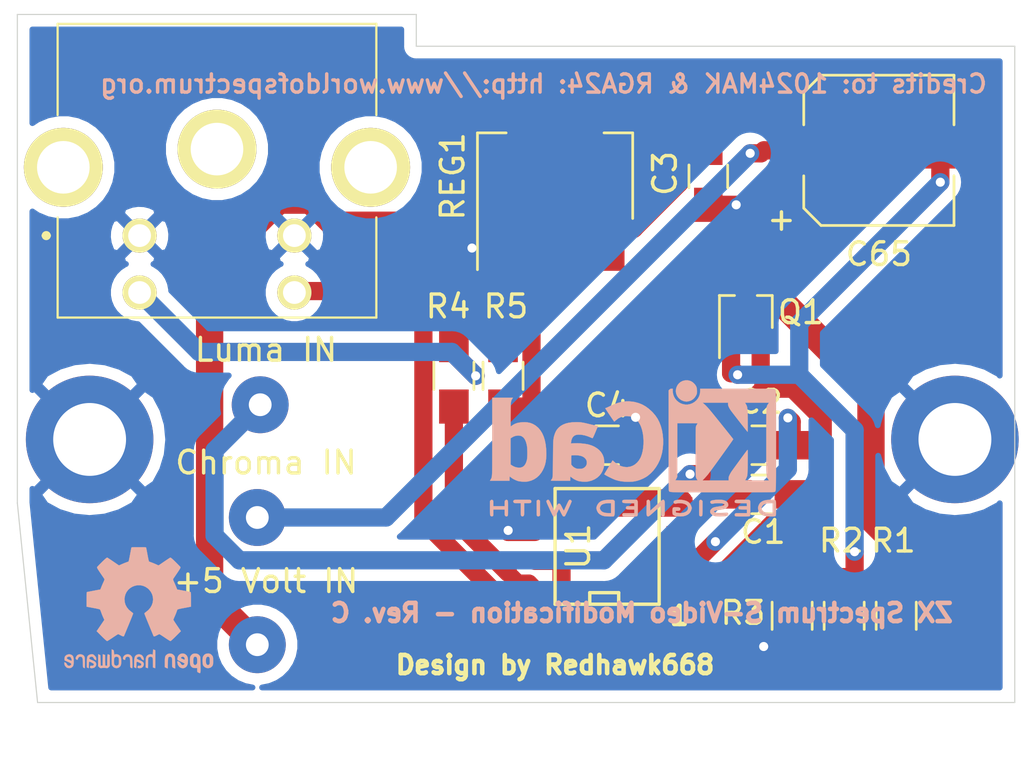
<source format=kicad_pcb>
(kicad_pcb (version 20171130) (host pcbnew "(5.1.4)-1")

  (general
    (thickness 1.6)
    (drawings 13)
    (tracks 123)
    (zones 0)
    (modules 21)
    (nets 16)
  )

  (page A4)
  (layers
    (0 F.Cu signal)
    (31 B.Cu signal)
    (32 B.Adhes user)
    (33 F.Adhes user)
    (34 B.Paste user)
    (35 F.Paste user)
    (36 B.SilkS user)
    (37 F.SilkS user)
    (38 B.Mask user)
    (39 F.Mask user)
    (40 Dwgs.User user)
    (41 Cmts.User user)
    (42 Eco1.User user)
    (43 Eco2.User user)
    (44 Edge.Cuts user)
    (45 Margin user)
    (46 B.CrtYd user)
    (47 F.CrtYd user)
    (48 B.Fab user)
    (49 F.Fab user)
  )

  (setup
    (last_trace_width 0.25)
    (user_trace_width 0.5)
    (user_trace_width 0.8)
    (user_trace_width 1.2)
    (trace_clearance 0.2)
    (zone_clearance 0.508)
    (zone_45_only no)
    (trace_min 0.2)
    (via_size 0.6)
    (via_drill 0.4)
    (via_min_size 0.4)
    (via_min_drill 0.3)
    (user_via 1.2 0.8)
    (user_via 5 4)
    (uvia_size 0.3)
    (uvia_drill 0.1)
    (uvias_allowed no)
    (uvia_min_size 0.2)
    (uvia_min_drill 0.1)
    (edge_width 0.1)
    (segment_width 0.2)
    (pcb_text_width 0.3)
    (pcb_text_size 1.5 1.5)
    (mod_edge_width 0.15)
    (mod_text_size 1 1)
    (mod_text_width 0.15)
    (pad_size 2.49936 2.49936)
    (pad_drill 1.00076)
    (pad_to_mask_clearance 0.051)
    (solder_mask_min_width 0.25)
    (aux_axis_origin 0 0)
    (visible_elements 7FFFFFFF)
    (pcbplotparams
      (layerselection 0x010f0_ffffffff)
      (usegerberextensions false)
      (usegerberattributes false)
      (usegerberadvancedattributes false)
      (creategerberjobfile false)
      (excludeedgelayer true)
      (linewidth 0.150000)
      (plotframeref false)
      (viasonmask false)
      (mode 1)
      (useauxorigin false)
      (hpglpennumber 1)
      (hpglpenspeed 20)
      (hpglpendiameter 15.000000)
      (psnegative false)
      (psa4output false)
      (plotreference true)
      (plotvalue true)
      (plotinvisibletext false)
      (padsonsilk false)
      (subtractmaskfromsilk false)
      (outputformat 1)
      (mirror false)
      (drillshape 0)
      (scaleselection 1)
      (outputdirectory "Gerbers Rev. C/"))
  )

  (net 0 "")
  (net 1 GND)
  (net 2 "Net-(C1-Pad2)")
  (net 3 "Net-(C1-Pad1)")
  (net 4 "Net-(C2-Pad1)")
  (net 5 "Net-(C2-Pad2)")
  (net 6 /3V3)
  (net 7 "Net-(C65-Pad2)")
  (net 8 "Net-(C65-Pad1)")
  (net 9 "Net-(J1-Pad3)")
  (net 10 "Net-(J1-Pad4)")
  (net 11 +5V)
  (net 12 "Net-(R4-Pad1)")
  (net 13 "Net-(R5-Pad1)")
  (net 14 "Net-(REG1-Pad2)")
  (net 15 "Net-(U1-Pad3)")

  (net_class Default "Dit is de standaard class."
    (clearance 0.2)
    (trace_width 0.25)
    (via_dia 0.6)
    (via_drill 0.4)
    (uvia_dia 0.3)
    (uvia_drill 0.1)
    (add_net GND)
    (add_net "Net-(C1-Pad1)")
    (add_net "Net-(C1-Pad2)")
    (add_net "Net-(C2-Pad1)")
    (add_net "Net-(C2-Pad2)")
    (add_net "Net-(C65-Pad1)")
    (add_net "Net-(C65-Pad2)")
    (add_net "Net-(J1-Pad3)")
    (add_net "Net-(J1-Pad4)")
    (add_net "Net-(R4-Pad1)")
    (add_net "Net-(R5-Pad1)")
    (add_net "Net-(REG1-Pad2)")
    (add_net "Net-(U1-Pad3)")
  )

  (net_class power ""
    (clearance 0.2)
    (trace_width 0.5)
    (via_dia 1.2)
    (via_drill 0.8)
    (uvia_dia 0.3)
    (uvia_drill 0.1)
    (add_net +5V)
    (add_net /3V3)
  )

  (module Resistors_SMD:R_0805_HandSoldering (layer F.Cu) (tedit 58E0A804) (tstamp 5EE40F28)
    (at 154.94 99.695 90)
    (descr "Resistor SMD 0805, hand soldering")
    (tags "resistor 0805")
    (path /5ED74234)
    (attr smd)
    (fp_text reference R4 (at 3.048 -0.254) (layer F.SilkS)
      (effects (font (size 1 1) (thickness 0.15)))
    )
    (fp_text value 75R (at 0.127 1.778 90) (layer Dwgs.User) hide
      (effects (font (size 1 1) (thickness 0.15)))
    )
    (fp_text user %R (at 0 -0.127 180) (layer F.Fab) hide
      (effects (font (size 0.5 0.5) (thickness 0.075)))
    )
    (fp_line (start -1 0.62) (end -1 -0.62) (layer F.Fab) (width 0.1))
    (fp_line (start 1 0.62) (end -1 0.62) (layer F.Fab) (width 0.1))
    (fp_line (start 1 -0.62) (end 1 0.62) (layer F.Fab) (width 0.1))
    (fp_line (start -1 -0.62) (end 1 -0.62) (layer F.Fab) (width 0.1))
    (fp_line (start 0.6 0.88) (end -0.6 0.88) (layer F.SilkS) (width 0.12))
    (fp_line (start -0.6 -0.88) (end 0.6 -0.88) (layer F.SilkS) (width 0.12))
    (fp_line (start -2.35 -0.9) (end 2.35 -0.9) (layer F.CrtYd) (width 0.05))
    (fp_line (start -2.35 -0.9) (end -2.35 0.9) (layer F.CrtYd) (width 0.05))
    (fp_line (start 2.35 0.9) (end 2.35 -0.9) (layer F.CrtYd) (width 0.05))
    (fp_line (start 2.35 0.9) (end -2.35 0.9) (layer F.CrtYd) (width 0.05))
    (pad 1 smd rect (at -1.35 0 90) (size 1.5 1.3) (layers F.Cu F.Paste F.Mask)
      (net 12 "Net-(R4-Pad1)"))
    (pad 2 smd rect (at 1.35 0 90) (size 1.5 1.3) (layers F.Cu F.Paste F.Mask)
      (net 9 "Net-(J1-Pad3)"))
    (model ${KISYS3DMOD}/Resistors_SMD.3dshapes/R_0805.wrl
      (at (xyz 0 0 0))
      (scale (xyz 1 1 1))
      (rotate (xyz 0 0 0))
    )
  )

  (module Capacitors_SMD:C_0805_HandSoldering (layer F.Cu) (tedit 58AA84A8) (tstamp 5EE40E65)
    (at 168.529 102.743 180)
    (descr "Capacitor SMD 0805, hand soldering")
    (tags "capacitor 0805")
    (path /5ED59EB5)
    (attr smd)
    (fp_text reference C2 (at 0.127 1.905) (layer F.SilkS)
      (effects (font (size 1 1) (thickness 0.15)))
    )
    (fp_text value 0.1uF (at 0 1.75) (layer F.Fab) hide
      (effects (font (size 1 1) (thickness 0.15)))
    )
    (fp_text user %R (at 0 -1.75) (layer F.Fab) hide
      (effects (font (size 1 1) (thickness 0.15)))
    )
    (fp_line (start -1 0.62) (end -1 -0.62) (layer F.Fab) (width 0.1))
    (fp_line (start 1 0.62) (end -1 0.62) (layer F.Fab) (width 0.1))
    (fp_line (start 1 -0.62) (end 1 0.62) (layer F.Fab) (width 0.1))
    (fp_line (start -1 -0.62) (end 1 -0.62) (layer F.Fab) (width 0.1))
    (fp_line (start 0.5 -0.85) (end -0.5 -0.85) (layer F.SilkS) (width 0.12))
    (fp_line (start -0.5 0.85) (end 0.5 0.85) (layer F.SilkS) (width 0.12))
    (fp_line (start -2.25 -0.88) (end 2.25 -0.88) (layer F.CrtYd) (width 0.05))
    (fp_line (start -2.25 -0.88) (end -2.25 0.87) (layer F.CrtYd) (width 0.05))
    (fp_line (start 2.25 0.87) (end 2.25 -0.88) (layer F.CrtYd) (width 0.05))
    (fp_line (start 2.25 0.87) (end -2.25 0.87) (layer F.CrtYd) (width 0.05))
    (pad 1 smd rect (at -1.25 0 180) (size 1.5 1.25) (layers F.Cu F.Paste F.Mask)
      (net 4 "Net-(C2-Pad1)"))
    (pad 2 smd rect (at 1.25 0 180) (size 1.5 1.25) (layers F.Cu F.Paste F.Mask)
      (net 5 "Net-(C2-Pad2)"))
    (model Capacitors_SMD.3dshapes/C_0805.wrl
      (at (xyz 0 0 0))
      (scale (xyz 1 1 1))
      (rotate (xyz 0 0 0))
    )
  )

  (module TO_SOT_Packages_SMD:SOT-323_SC-70_Handsoldering (layer F.Cu) (tedit 58CE4E7F) (tstamp 5EE40EE4)
    (at 167.767 96.901 90)
    (descr "SOT-323, SC-70 Handsoldering")
    (tags "SOT-323 SC-70 Handsoldering")
    (path /5EAFC379)
    (attr smd)
    (fp_text reference Q1 (at 0 2.413 180) (layer F.SilkS)
      (effects (font (size 1 1) (thickness 0.15)))
    )
    (fp_text value BC847 (at 0 2.05 90) (layer Dwgs.User) hide
      (effects (font (size 1 1) (thickness 0.15)))
    )
    (fp_line (start -0.175 -1.1) (end -0.675 -0.6) (layer F.Fab) (width 0.1))
    (fp_line (start 0.675 1.1) (end -0.675 1.1) (layer F.Fab) (width 0.1))
    (fp_line (start 0.675 -1.1) (end 0.675 1.1) (layer F.Fab) (width 0.1))
    (fp_line (start -0.675 -0.6) (end -0.675 1.1) (layer F.Fab) (width 0.1))
    (fp_line (start 0.675 -1.1) (end -0.175 -1.1) (layer F.Fab) (width 0.1))
    (fp_line (start -0.675 1.16) (end 0.735 1.16) (layer F.SilkS) (width 0.12))
    (fp_line (start 0.735 -1.16) (end -2 -1.16) (layer F.SilkS) (width 0.12))
    (fp_line (start -2.4 1.3) (end -2.4 -1.3) (layer F.CrtYd) (width 0.05))
    (fp_line (start -2.4 -1.3) (end 2.4 -1.3) (layer F.CrtYd) (width 0.05))
    (fp_line (start 2.4 -1.3) (end 2.4 1.3) (layer F.CrtYd) (width 0.05))
    (fp_line (start 2.4 1.3) (end -2.4 1.3) (layer F.CrtYd) (width 0.05))
    (fp_line (start 0.735 -1.17) (end 0.735 -0.5) (layer F.SilkS) (width 0.12))
    (fp_line (start 0.735 0.5) (end 0.735 1.16) (layer F.SilkS) (width 0.12))
    (fp_text user %R (at 0 0) (layer F.Fab)
      (effects (font (size 0.5 0.5) (thickness 0.075)))
    )
    (pad 3 smd rect (at 1.33 0) (size 0.45 1.5) (layers F.Cu F.Paste F.Mask)
      (net 6 /3V3))
    (pad 2 smd rect (at -1.33 0.65) (size 0.45 1.5) (layers F.Cu F.Paste F.Mask)
      (net 5 "Net-(C2-Pad2)"))
    (pad 1 smd rect (at -1.33 -0.65) (size 0.45 1.5) (layers F.Cu F.Paste F.Mask)
      (net 7 "Net-(C65-Pad2)"))
    (model ${KISYS3DMOD}/TO_SOT_Packages_SMD.3dshapes/SOT-323_SC-70.wrl
      (at (xyz 0 0 0))
      (scale (xyz 1 1 1))
      (rotate (xyz 0 0 0))
    )
  )

  (module Resistors_SMD:R_0805_HandSoldering (layer F.Cu) (tedit 58E0A804) (tstamp 5EE40F06)
    (at 172.085 110.236 270)
    (descr "Resistor SMD 0805, hand soldering")
    (tags "resistor 0805")
    (path /5EB072BE)
    (attr smd)
    (fp_text reference R2 (at -3.302 0.127 180) (layer F.SilkS)
      (effects (font (size 1 1) (thickness 0.15)))
    )
    (fp_text value 3.9K (at 0 1.75 90) (layer Dwgs.User) hide
      (effects (font (size 1 1) (thickness 0.15)))
    )
    (fp_text user %R (at -0.08 0.127 90) (layer F.Fab)
      (effects (font (size 0.5 0.5) (thickness 0.075)))
    )
    (fp_line (start -1 0.62) (end -1 -0.62) (layer F.Fab) (width 0.1))
    (fp_line (start 1 0.62) (end -1 0.62) (layer F.Fab) (width 0.1))
    (fp_line (start 1 -0.62) (end 1 0.62) (layer F.Fab) (width 0.1))
    (fp_line (start -1 -0.62) (end 1 -0.62) (layer F.Fab) (width 0.1))
    (fp_line (start 0.6 0.88) (end -0.6 0.88) (layer F.SilkS) (width 0.12))
    (fp_line (start -0.6 -0.88) (end 0.6 -0.88) (layer F.SilkS) (width 0.12))
    (fp_line (start -2.35 -0.9) (end 2.35 -0.9) (layer F.CrtYd) (width 0.05))
    (fp_line (start -2.35 -0.9) (end -2.35 0.9) (layer F.CrtYd) (width 0.05))
    (fp_line (start 2.35 0.9) (end 2.35 -0.9) (layer F.CrtYd) (width 0.05))
    (fp_line (start 2.35 0.9) (end -2.35 0.9) (layer F.CrtYd) (width 0.05))
    (pad 1 smd rect (at -1.35 0 270) (size 1.5 1.3) (layers F.Cu F.Paste F.Mask)
      (net 7 "Net-(C65-Pad2)"))
    (pad 2 smd rect (at 1.35 0 270) (size 1.5 1.3) (layers F.Cu F.Paste F.Mask)
      (net 1 GND))
    (model ${KISYS3DMOD}/Resistors_SMD.3dshapes/R_0805.wrl
      (at (xyz 0 0 0))
      (scale (xyz 1 1 1))
      (rotate (xyz 0 0 0))
    )
  )

  (module Symbols:KiCad-Logo2_6mm_SilkScreen (layer B.Cu) (tedit 0) (tstamp 5ED50A02)
    (at 162.814 102.87 180)
    (descr "KiCad Logo")
    (tags "Logo KiCad")
    (attr virtual)
    (fp_text reference Kicad_Logo (at 0 0) (layer B.SilkS) hide
      (effects (font (size 1 1) (thickness 0.15)) (justify mirror))
    )
    (fp_text value KiCad-Logo2_6mm_SilkScreen (at 0.75 0) (layer Dwgs.User) hide
      (effects (font (size 1 1) (thickness 0.15)))
    )
    (fp_poly (pts (xy -6.121371 -2.269066) (xy -6.081889 -2.269467) (xy -5.9662 -2.272259) (xy -5.869311 -2.28055)
      (xy -5.787919 -2.295232) (xy -5.718723 -2.317193) (xy -5.65842 -2.347322) (xy -5.603708 -2.38651)
      (xy -5.584167 -2.403532) (xy -5.55175 -2.443363) (xy -5.52252 -2.497413) (xy -5.499991 -2.557323)
      (xy -5.487679 -2.614739) (xy -5.4864 -2.635956) (xy -5.494417 -2.694769) (xy -5.515899 -2.759013)
      (xy -5.546999 -2.819821) (xy -5.583866 -2.86833) (xy -5.589854 -2.874182) (xy -5.640579 -2.915321)
      (xy -5.696125 -2.947435) (xy -5.759696 -2.971365) (xy -5.834494 -2.987953) (xy -5.923722 -2.998041)
      (xy -6.030582 -3.002469) (xy -6.079528 -3.002845) (xy -6.141762 -3.002545) (xy -6.185528 -3.001292)
      (xy -6.214931 -2.998554) (xy -6.234079 -2.993801) (xy -6.247077 -2.986501) (xy -6.254045 -2.980267)
      (xy -6.260626 -2.972694) (xy -6.265788 -2.962924) (xy -6.269703 -2.94834) (xy -6.272543 -2.926326)
      (xy -6.27448 -2.894264) (xy -6.275684 -2.849536) (xy -6.276328 -2.789526) (xy -6.276583 -2.711617)
      (xy -6.276622 -2.635956) (xy -6.27687 -2.535041) (xy -6.276817 -2.454427) (xy -6.275857 -2.415822)
      (xy -6.129867 -2.415822) (xy -6.129867 -2.856089) (xy -6.036734 -2.856004) (xy -5.980693 -2.854396)
      (xy -5.921999 -2.850256) (xy -5.873028 -2.844464) (xy -5.871538 -2.844226) (xy -5.792392 -2.82509)
      (xy -5.731002 -2.795287) (xy -5.684305 -2.752878) (xy -5.654635 -2.706961) (xy -5.636353 -2.656026)
      (xy -5.637771 -2.6082) (xy -5.658988 -2.556933) (xy -5.700489 -2.503899) (xy -5.757998 -2.4646)
      (xy -5.83275 -2.438331) (xy -5.882708 -2.429035) (xy -5.939416 -2.422507) (xy -5.999519 -2.417782)
      (xy -6.050639 -2.415817) (xy -6.053667 -2.415808) (xy -6.129867 -2.415822) (xy -6.275857 -2.415822)
      (xy -6.27526 -2.391851) (xy -6.270998 -2.345055) (xy -6.26283 -2.311778) (xy -6.249556 -2.289759)
      (xy -6.229974 -2.276739) (xy -6.202883 -2.270457) (xy -6.167082 -2.268653) (xy -6.121371 -2.269066)) (layer B.SilkS) (width 0.01))
    (fp_poly (pts (xy -4.712794 -2.269146) (xy -4.643386 -2.269518) (xy -4.590997 -2.270385) (xy -4.552847 -2.271946)
      (xy -4.526159 -2.274403) (xy -4.508153 -2.277957) (xy -4.496049 -2.28281) (xy -4.487069 -2.289161)
      (xy -4.483818 -2.292084) (xy -4.464043 -2.323142) (xy -4.460482 -2.358828) (xy -4.473491 -2.39051)
      (xy -4.479506 -2.396913) (xy -4.489235 -2.403121) (xy -4.504901 -2.40791) (xy -4.529408 -2.411514)
      (xy -4.565661 -2.414164) (xy -4.616565 -2.416095) (xy -4.685026 -2.417539) (xy -4.747617 -2.418418)
      (xy -4.995334 -2.421467) (xy -4.998719 -2.486378) (xy -5.002105 -2.551289) (xy -4.833958 -2.551289)
      (xy -4.760959 -2.551919) (xy -4.707517 -2.554553) (xy -4.670628 -2.560309) (xy -4.647288 -2.570304)
      (xy -4.634494 -2.585656) (xy -4.629242 -2.607482) (xy -4.628445 -2.627738) (xy -4.630923 -2.652592)
      (xy -4.640277 -2.670906) (xy -4.659383 -2.683637) (xy -4.691118 -2.691741) (xy -4.738359 -2.696176)
      (xy -4.803983 -2.697899) (xy -4.839801 -2.698045) (xy -5.000978 -2.698045) (xy -5.000978 -2.856089)
      (xy -4.752622 -2.856089) (xy -4.671213 -2.856202) (xy -4.609342 -2.856712) (xy -4.563968 -2.85787)
      (xy -4.532054 -2.85993) (xy -4.510559 -2.863146) (xy -4.496443 -2.867772) (xy -4.486668 -2.874059)
      (xy -4.481689 -2.878667) (xy -4.46461 -2.90556) (xy -4.459111 -2.929467) (xy -4.466963 -2.958667)
      (xy -4.481689 -2.980267) (xy -4.489546 -2.987066) (xy -4.499688 -2.992346) (xy -4.514844 -2.996298)
      (xy -4.537741 -2.999113) (xy -4.571109 -3.000982) (xy -4.617675 -3.002098) (xy -4.680167 -3.002651)
      (xy -4.761314 -3.002833) (xy -4.803422 -3.002845) (xy -4.893598 -3.002765) (xy -4.963924 -3.002398)
      (xy -5.017129 -3.001552) (xy -5.05594 -3.000036) (xy -5.083087 -2.997659) (xy -5.101298 -2.994229)
      (xy -5.1133 -2.989554) (xy -5.121822 -2.983444) (xy -5.125156 -2.980267) (xy -5.131755 -2.97267)
      (xy -5.136927 -2.96287) (xy -5.140846 -2.948239) (xy -5.143684 -2.926152) (xy -5.145615 -2.893982)
      (xy -5.146812 -2.849103) (xy -5.147448 -2.788889) (xy -5.147697 -2.710713) (xy -5.147734 -2.637923)
      (xy -5.1477 -2.544707) (xy -5.147465 -2.471431) (xy -5.14683 -2.415458) (xy -5.145594 -2.374151)
      (xy -5.143556 -2.344872) (xy -5.140517 -2.324984) (xy -5.136277 -2.31185) (xy -5.130635 -2.302832)
      (xy -5.123391 -2.295293) (xy -5.121606 -2.293612) (xy -5.112945 -2.286172) (xy -5.102882 -2.280409)
      (xy -5.088625 -2.276112) (xy -5.067383 -2.273064) (xy -5.036364 -2.271051) (xy -4.992777 -2.26986)
      (xy -4.933831 -2.269275) (xy -4.856734 -2.269083) (xy -4.802001 -2.269067) (xy -4.712794 -2.269146)) (layer B.SilkS) (width 0.01))
    (fp_poly (pts (xy -3.691703 -2.270351) (xy -3.616888 -2.275581) (xy -3.547306 -2.28375) (xy -3.487002 -2.29455)
      (xy -3.44002 -2.307673) (xy -3.410406 -2.322813) (xy -3.40586 -2.327269) (xy -3.390054 -2.36185)
      (xy -3.394847 -2.397351) (xy -3.419364 -2.427725) (xy -3.420534 -2.428596) (xy -3.434954 -2.437954)
      (xy -3.450008 -2.442876) (xy -3.471005 -2.443473) (xy -3.503257 -2.439861) (xy -3.552073 -2.432154)
      (xy -3.556 -2.431505) (xy -3.628739 -2.422569) (xy -3.707217 -2.418161) (xy -3.785927 -2.418119)
      (xy -3.859361 -2.422279) (xy -3.922011 -2.430479) (xy -3.96837 -2.442557) (xy -3.971416 -2.443771)
      (xy -4.005048 -2.462615) (xy -4.016864 -2.481685) (xy -4.007614 -2.500439) (xy -3.978047 -2.518337)
      (xy -3.928911 -2.534837) (xy -3.860957 -2.549396) (xy -3.815645 -2.556406) (xy -3.721456 -2.569889)
      (xy -3.646544 -2.582214) (xy -3.587717 -2.594449) (xy -3.541785 -2.607661) (xy -3.505555 -2.622917)
      (xy -3.475838 -2.641285) (xy -3.449442 -2.663831) (xy -3.42823 -2.685971) (xy -3.403065 -2.716819)
      (xy -3.390681 -2.743345) (xy -3.386808 -2.776026) (xy -3.386667 -2.787995) (xy -3.389576 -2.827712)
      (xy -3.401202 -2.857259) (xy -3.421323 -2.883486) (xy -3.462216 -2.923576) (xy -3.507817 -2.954149)
      (xy -3.561513 -2.976203) (xy -3.626692 -2.990735) (xy -3.706744 -2.998741) (xy -3.805057 -3.001218)
      (xy -3.821289 -3.001177) (xy -3.886849 -2.999818) (xy -3.951866 -2.99673) (xy -4.009252 -2.992356)
      (xy -4.051922 -2.98714) (xy -4.055372 -2.986541) (xy -4.097796 -2.976491) (xy -4.13378 -2.963796)
      (xy -4.15415 -2.95219) (xy -4.173107 -2.921572) (xy -4.174427 -2.885918) (xy -4.158085 -2.854144)
      (xy -4.154429 -2.850551) (xy -4.139315 -2.839876) (xy -4.120415 -2.835276) (xy -4.091162 -2.836059)
      (xy -4.055651 -2.840127) (xy -4.01597 -2.843762) (xy -3.960345 -2.846828) (xy -3.895406 -2.849053)
      (xy -3.827785 -2.850164) (xy -3.81 -2.850237) (xy -3.742128 -2.849964) (xy -3.692454 -2.848646)
      (xy -3.65661 -2.845827) (xy -3.630224 -2.84105) (xy -3.608926 -2.833857) (xy -3.596126 -2.827867)
      (xy -3.568 -2.811233) (xy -3.550068 -2.796168) (xy -3.547447 -2.791897) (xy -3.552976 -2.774263)
      (xy -3.57926 -2.757192) (xy -3.624478 -2.741458) (xy -3.686808 -2.727838) (xy -3.705171 -2.724804)
      (xy -3.80109 -2.709738) (xy -3.877641 -2.697146) (xy -3.93778 -2.686111) (xy -3.98446 -2.67572)
      (xy -4.020637 -2.665056) (xy -4.049265 -2.653205) (xy -4.073298 -2.639251) (xy -4.095692 -2.622281)
      (xy -4.119402 -2.601378) (xy -4.12738 -2.594049) (xy -4.155353 -2.566699) (xy -4.17016 -2.545029)
      (xy -4.175952 -2.520232) (xy -4.176889 -2.488983) (xy -4.166575 -2.427705) (xy -4.135752 -2.37564)
      (xy -4.084595 -2.332958) (xy -4.013283 -2.299825) (xy -3.9624 -2.284964) (xy -3.9071 -2.275366)
      (xy -3.840853 -2.269936) (xy -3.767706 -2.268367) (xy -3.691703 -2.270351)) (layer B.SilkS) (width 0.01))
    (fp_poly (pts (xy -2.923822 -2.291645) (xy -2.917242 -2.299218) (xy -2.912079 -2.308987) (xy -2.908164 -2.323571)
      (xy -2.905324 -2.345585) (xy -2.903387 -2.377648) (xy -2.902183 -2.422375) (xy -2.901539 -2.482385)
      (xy -2.901284 -2.560294) (xy -2.901245 -2.635956) (xy -2.901314 -2.729802) (xy -2.901638 -2.803689)
      (xy -2.902386 -2.860232) (xy -2.903732 -2.902049) (xy -2.905846 -2.931757) (xy -2.9089 -2.951973)
      (xy -2.913066 -2.965314) (xy -2.918516 -2.974398) (xy -2.923822 -2.980267) (xy -2.956826 -2.999947)
      (xy -2.991991 -2.998181) (xy -3.023455 -2.976717) (xy -3.030684 -2.968337) (xy -3.036334 -2.958614)
      (xy -3.040599 -2.944861) (xy -3.043673 -2.924389) (xy -3.045752 -2.894512) (xy -3.04703 -2.852541)
      (xy -3.047701 -2.795789) (xy -3.047959 -2.721567) (xy -3.048 -2.637537) (xy -3.048 -2.324485)
      (xy -3.020291 -2.296776) (xy -2.986137 -2.273463) (xy -2.953006 -2.272623) (xy -2.923822 -2.291645)) (layer B.SilkS) (width 0.01))
    (fp_poly (pts (xy -1.950081 -2.274599) (xy -1.881565 -2.286095) (xy -1.828943 -2.303967) (xy -1.794708 -2.327499)
      (xy -1.785379 -2.340924) (xy -1.775893 -2.372148) (xy -1.782277 -2.400395) (xy -1.80243 -2.427182)
      (xy -1.833745 -2.439713) (xy -1.879183 -2.438696) (xy -1.914326 -2.431906) (xy -1.992419 -2.418971)
      (xy -2.072226 -2.417742) (xy -2.161555 -2.428241) (xy -2.186229 -2.43269) (xy -2.269291 -2.456108)
      (xy -2.334273 -2.490945) (xy -2.380461 -2.536604) (xy -2.407145 -2.592494) (xy -2.412663 -2.621388)
      (xy -2.409051 -2.680012) (xy -2.385729 -2.731879) (xy -2.344824 -2.775978) (xy -2.288459 -2.811299)
      (xy -2.21876 -2.836829) (xy -2.137852 -2.851559) (xy -2.04786 -2.854478) (xy -1.95091 -2.844575)
      (xy -1.945436 -2.843641) (xy -1.906875 -2.836459) (xy -1.885494 -2.829521) (xy -1.876227 -2.819227)
      (xy -1.874006 -2.801976) (xy -1.873956 -2.792841) (xy -1.873956 -2.754489) (xy -1.942431 -2.754489)
      (xy -2.0029 -2.750347) (xy -2.044165 -2.737147) (xy -2.068175 -2.71373) (xy -2.076877 -2.678936)
      (xy -2.076983 -2.674394) (xy -2.071892 -2.644654) (xy -2.054433 -2.623419) (xy -2.021939 -2.609366)
      (xy -1.971743 -2.601173) (xy -1.923123 -2.598161) (xy -1.852456 -2.596433) (xy -1.801198 -2.59907)
      (xy -1.766239 -2.6088) (xy -1.74447 -2.628353) (xy -1.73278 -2.660456) (xy -1.72806 -2.707838)
      (xy -1.7272 -2.770071) (xy -1.728609 -2.839535) (xy -1.732848 -2.886786) (xy -1.739936 -2.912012)
      (xy -1.741311 -2.913988) (xy -1.780228 -2.945508) (xy -1.837286 -2.97047) (xy -1.908869 -2.98834)
      (xy -1.991358 -2.998586) (xy -2.081139 -3.000673) (xy -2.174592 -2.994068) (xy -2.229556 -2.985956)
      (xy -2.315766 -2.961554) (xy -2.395892 -2.921662) (xy -2.462977 -2.869887) (xy -2.473173 -2.859539)
      (xy -2.506302 -2.816035) (xy -2.536194 -2.762118) (xy -2.559357 -2.705592) (xy -2.572298 -2.654259)
      (xy -2.573858 -2.634544) (xy -2.567218 -2.593419) (xy -2.549568 -2.542252) (xy -2.524297 -2.488394)
      (xy -2.494789 -2.439195) (xy -2.468719 -2.406334) (xy -2.407765 -2.357452) (xy -2.328969 -2.318545)
      (xy -2.235157 -2.290494) (xy -2.12915 -2.274179) (xy -2.032 -2.270192) (xy -1.950081 -2.274599)) (layer B.SilkS) (width 0.01))
    (fp_poly (pts (xy -1.300114 -2.273448) (xy -1.276548 -2.287273) (xy -1.245735 -2.309881) (xy -1.206078 -2.342338)
      (xy -1.15598 -2.385708) (xy -1.093843 -2.441058) (xy -1.018072 -2.509451) (xy -0.931334 -2.588084)
      (xy -0.750711 -2.751878) (xy -0.745067 -2.532029) (xy -0.743029 -2.456351) (xy -0.741063 -2.399994)
      (xy -0.738734 -2.359706) (xy -0.735606 -2.332235) (xy -0.731245 -2.314329) (xy -0.725216 -2.302737)
      (xy -0.717084 -2.294208) (xy -0.712772 -2.290623) (xy -0.678241 -2.27167) (xy -0.645383 -2.274441)
      (xy -0.619318 -2.290633) (xy -0.592667 -2.312199) (xy -0.589352 -2.627151) (xy -0.588435 -2.719779)
      (xy -0.587968 -2.792544) (xy -0.588113 -2.848161) (xy -0.589032 -2.889342) (xy -0.590887 -2.918803)
      (xy -0.593839 -2.939255) (xy -0.59805 -2.953413) (xy -0.603682 -2.963991) (xy -0.609927 -2.972474)
      (xy -0.623439 -2.988207) (xy -0.636883 -2.998636) (xy -0.652124 -3.002639) (xy -0.671026 -2.999094)
      (xy -0.695455 -2.986879) (xy -0.727273 -2.964871) (xy -0.768348 -2.931949) (xy -0.820542 -2.886991)
      (xy -0.885722 -2.828875) (xy -0.959556 -2.762099) (xy -1.224845 -2.521458) (xy -1.230489 -2.740589)
      (xy -1.232531 -2.816128) (xy -1.234502 -2.872354) (xy -1.236839 -2.912524) (xy -1.239981 -2.939896)
      (xy -1.244364 -2.957728) (xy -1.250424 -2.969279) (xy -1.2586 -2.977807) (xy -1.262784 -2.981282)
      (xy -1.299765 -3.000372) (xy -1.334708 -2.997493) (xy -1.365136 -2.9731) (xy -1.372097 -2.963286)
      (xy -1.377523 -2.951826) (xy -1.381603 -2.935968) (xy -1.384529 -2.912963) (xy -1.386492 -2.880062)
      (xy -1.387683 -2.834516) (xy -1.388292 -2.773573) (xy -1.388511 -2.694486) (xy -1.388534 -2.635956)
      (xy -1.38846 -2.544407) (xy -1.388113 -2.472687) (xy -1.387301 -2.418045) (xy -1.385833 -2.377732)
      (xy -1.383519 -2.348998) (xy -1.380167 -2.329093) (xy -1.375588 -2.315268) (xy -1.369589 -2.304772)
      (xy -1.365136 -2.298811) (xy -1.35385 -2.284691) (xy -1.343301 -2.274029) (xy -1.331893 -2.267892)
      (xy -1.31803 -2.267343) (xy -1.300114 -2.273448)) (layer B.SilkS) (width 0.01))
    (fp_poly (pts (xy 0.230343 -2.26926) (xy 0.306701 -2.270174) (xy 0.365217 -2.272311) (xy 0.408255 -2.276175)
      (xy 0.438183 -2.282267) (xy 0.457368 -2.29109) (xy 0.468176 -2.303146) (xy 0.472973 -2.318939)
      (xy 0.474127 -2.33897) (xy 0.474133 -2.341335) (xy 0.473131 -2.363992) (xy 0.468396 -2.381503)
      (xy 0.457333 -2.394574) (xy 0.437348 -2.403913) (xy 0.405846 -2.410227) (xy 0.360232 -2.414222)
      (xy 0.297913 -2.416606) (xy 0.216293 -2.418086) (xy 0.191277 -2.418414) (xy -0.0508 -2.421467)
      (xy -0.054186 -2.486378) (xy -0.057571 -2.551289) (xy 0.110576 -2.551289) (xy 0.176266 -2.551531)
      (xy 0.223172 -2.552556) (xy 0.255083 -2.554811) (xy 0.275791 -2.558742) (xy 0.289084 -2.564798)
      (xy 0.298755 -2.573424) (xy 0.298817 -2.573493) (xy 0.316356 -2.607112) (xy 0.315722 -2.643448)
      (xy 0.297314 -2.674423) (xy 0.293671 -2.677607) (xy 0.280741 -2.685812) (xy 0.263024 -2.691521)
      (xy 0.23657 -2.695162) (xy 0.197432 -2.697167) (xy 0.141662 -2.697964) (xy 0.105994 -2.698045)
      (xy -0.056445 -2.698045) (xy -0.056445 -2.856089) (xy 0.190161 -2.856089) (xy 0.27158 -2.856231)
      (xy 0.33341 -2.856814) (xy 0.378637 -2.858068) (xy 0.410248 -2.860227) (xy 0.431231 -2.863523)
      (xy 0.444573 -2.868189) (xy 0.453261 -2.874457) (xy 0.45545 -2.876733) (xy 0.471614 -2.90828)
      (xy 0.472797 -2.944168) (xy 0.459536 -2.975285) (xy 0.449043 -2.985271) (xy 0.438129 -2.990769)
      (xy 0.421217 -2.995022) (xy 0.395633 -2.99818) (xy 0.358701 -3.000392) (xy 0.307746 -3.001806)
      (xy 0.240094 -3.002572) (xy 0.153069 -3.002838) (xy 0.133394 -3.002845) (xy 0.044911 -3.002787)
      (xy -0.023773 -3.002467) (xy -0.075436 -3.001667) (xy -0.112855 -3.000167) (xy -0.13881 -2.997749)
      (xy -0.156078 -2.994194) (xy -0.167438 -2.989282) (xy -0.175668 -2.982795) (xy -0.180183 -2.978138)
      (xy -0.186979 -2.969889) (xy -0.192288 -2.959669) (xy -0.196294 -2.9448) (xy -0.199179 -2.922602)
      (xy -0.201126 -2.890393) (xy -0.202319 -2.845496) (xy -0.202939 -2.785228) (xy -0.203171 -2.706911)
      (xy -0.2032 -2.640994) (xy -0.203129 -2.548628) (xy -0.202792 -2.476117) (xy -0.202002 -2.420737)
      (xy -0.200574 -2.379765) (xy -0.198321 -2.350478) (xy -0.195057 -2.330153) (xy -0.190596 -2.316066)
      (xy -0.184752 -2.305495) (xy -0.179803 -2.298811) (xy -0.156406 -2.269067) (xy 0.133774 -2.269067)
      (xy 0.230343 -2.26926)) (layer B.SilkS) (width 0.01))
    (fp_poly (pts (xy 1.018309 -2.269275) (xy 1.147288 -2.273636) (xy 1.256991 -2.286861) (xy 1.349226 -2.309741)
      (xy 1.425802 -2.34307) (xy 1.488527 -2.387638) (xy 1.539212 -2.444236) (xy 1.579663 -2.513658)
      (xy 1.580459 -2.515351) (xy 1.604601 -2.577483) (xy 1.613203 -2.632509) (xy 1.606231 -2.687887)
      (xy 1.583654 -2.751073) (xy 1.579372 -2.760689) (xy 1.550172 -2.816966) (xy 1.517356 -2.860451)
      (xy 1.475002 -2.897417) (xy 1.41719 -2.934135) (xy 1.413831 -2.936052) (xy 1.363504 -2.960227)
      (xy 1.306621 -2.978282) (xy 1.239527 -2.990839) (xy 1.158565 -2.998522) (xy 1.060082 -3.001953)
      (xy 1.025286 -3.002251) (xy 0.859594 -3.002845) (xy 0.836197 -2.9731) (xy 0.829257 -2.963319)
      (xy 0.823842 -2.951897) (xy 0.819765 -2.936095) (xy 0.816837 -2.913175) (xy 0.814867 -2.880396)
      (xy 0.814225 -2.856089) (xy 0.970844 -2.856089) (xy 1.064726 -2.856089) (xy 1.119664 -2.854483)
      (xy 1.17606 -2.850255) (xy 1.222345 -2.844292) (xy 1.225139 -2.84379) (xy 1.307348 -2.821736)
      (xy 1.371114 -2.7886) (xy 1.418452 -2.742847) (xy 1.451382 -2.682939) (xy 1.457108 -2.667061)
      (xy 1.462721 -2.642333) (xy 1.460291 -2.617902) (xy 1.448467 -2.5854) (xy 1.44134 -2.569434)
      (xy 1.418 -2.527006) (xy 1.38988 -2.49724) (xy 1.35894 -2.476511) (xy 1.296966 -2.449537)
      (xy 1.217651 -2.429998) (xy 1.125253 -2.418746) (xy 1.058333 -2.41627) (xy 0.970844 -2.415822)
      (xy 0.970844 -2.856089) (xy 0.814225 -2.856089) (xy 0.813668 -2.835021) (xy 0.81305 -2.774311)
      (xy 0.812825 -2.695526) (xy 0.8128 -2.63392) (xy 0.8128 -2.324485) (xy 0.840509 -2.296776)
      (xy 0.852806 -2.285544) (xy 0.866103 -2.277853) (xy 0.884672 -2.27304) (xy 0.912786 -2.270446)
      (xy 0.954717 -2.26941) (xy 1.014737 -2.26927) (xy 1.018309 -2.269275)) (layer B.SilkS) (width 0.01))
    (fp_poly (pts (xy 3.744665 -2.271034) (xy 3.764255 -2.278035) (xy 3.76501 -2.278377) (xy 3.791613 -2.298678)
      (xy 3.80627 -2.319561) (xy 3.809138 -2.329352) (xy 3.808996 -2.342361) (xy 3.804961 -2.360895)
      (xy 3.796146 -2.387257) (xy 3.781669 -2.423752) (xy 3.760645 -2.472687) (xy 3.732188 -2.536365)
      (xy 3.695415 -2.617093) (xy 3.675175 -2.661216) (xy 3.638625 -2.739985) (xy 3.604315 -2.812423)
      (xy 3.573552 -2.87588) (xy 3.547648 -2.927708) (xy 3.52791 -2.965259) (xy 3.51565 -2.985884)
      (xy 3.513224 -2.988733) (xy 3.482183 -3.001302) (xy 3.447121 -2.999619) (xy 3.419 -2.984332)
      (xy 3.417854 -2.983089) (xy 3.406668 -2.966154) (xy 3.387904 -2.93317) (xy 3.363875 -2.88838)
      (xy 3.336897 -2.836032) (xy 3.327201 -2.816742) (xy 3.254014 -2.67015) (xy 3.17424 -2.829393)
      (xy 3.145767 -2.884415) (xy 3.11935 -2.932132) (xy 3.097148 -2.968893) (xy 3.081319 -2.991044)
      (xy 3.075954 -2.995741) (xy 3.034257 -3.002102) (xy 2.999849 -2.988733) (xy 2.989728 -2.974446)
      (xy 2.972214 -2.942692) (xy 2.948735 -2.896597) (xy 2.92072 -2.839285) (xy 2.889599 -2.77388)
      (xy 2.856799 -2.703507) (xy 2.82375 -2.631291) (xy 2.791881 -2.560355) (xy 2.762619 -2.493825)
      (xy 2.737395 -2.434826) (xy 2.717636 -2.386481) (xy 2.704772 -2.351915) (xy 2.700231 -2.334253)
      (xy 2.700277 -2.333613) (xy 2.711326 -2.311388) (xy 2.73341 -2.288753) (xy 2.73471 -2.287768)
      (xy 2.761853 -2.272425) (xy 2.786958 -2.272574) (xy 2.796368 -2.275466) (xy 2.807834 -2.281718)
      (xy 2.82001 -2.294014) (xy 2.834357 -2.314908) (xy 2.852336 -2.346949) (xy 2.875407 -2.392688)
      (xy 2.90503 -2.454677) (xy 2.931745 -2.511898) (xy 2.96248 -2.578226) (xy 2.990021 -2.637874)
      (xy 3.012938 -2.687725) (xy 3.029798 -2.724664) (xy 3.039173 -2.745573) (xy 3.04054 -2.748845)
      (xy 3.046689 -2.743497) (xy 3.060822 -2.721109) (xy 3.081057 -2.684946) (xy 3.105515 -2.638277)
      (xy 3.115248 -2.619022) (xy 3.148217 -2.554004) (xy 3.173643 -2.506654) (xy 3.193612 -2.474219)
      (xy 3.21021 -2.453946) (xy 3.225524 -2.443082) (xy 3.24164 -2.438875) (xy 3.252143 -2.4384)
      (xy 3.27067 -2.440042) (xy 3.286904 -2.446831) (xy 3.303035 -2.461566) (xy 3.321251 -2.487044)
      (xy 3.343739 -2.526061) (xy 3.372689 -2.581414) (xy 3.388662 -2.612903) (xy 3.41457 -2.663087)
      (xy 3.437167 -2.704704) (xy 3.454458 -2.734242) (xy 3.46445 -2.748189) (xy 3.465809 -2.74877)
      (xy 3.472261 -2.737793) (xy 3.486708 -2.70929) (xy 3.507703 -2.666244) (xy 3.533797 -2.611638)
      (xy 3.563546 -2.548454) (xy 3.57818 -2.517071) (xy 3.61625 -2.436078) (xy 3.646905 -2.373756)
      (xy 3.671737 -2.328071) (xy 3.692337 -2.296989) (xy 3.710298 -2.278478) (xy 3.72721 -2.270504)
      (xy 3.744665 -2.271034)) (layer B.SilkS) (width 0.01))
    (fp_poly (pts (xy 4.188614 -2.275877) (xy 4.212327 -2.290647) (xy 4.238978 -2.312227) (xy 4.238978 -2.633773)
      (xy 4.238893 -2.72783) (xy 4.238529 -2.801932) (xy 4.237724 -2.858704) (xy 4.236313 -2.900768)
      (xy 4.234133 -2.930748) (xy 4.231021 -2.951267) (xy 4.226814 -2.964949) (xy 4.221348 -2.974416)
      (xy 4.217472 -2.979082) (xy 4.186034 -2.999575) (xy 4.150233 -2.998739) (xy 4.118873 -2.981264)
      (xy 4.092222 -2.959684) (xy 4.092222 -2.312227) (xy 4.118873 -2.290647) (xy 4.144594 -2.274949)
      (xy 4.1656 -2.269067) (xy 4.188614 -2.275877)) (layer B.SilkS) (width 0.01))
    (fp_poly (pts (xy 4.963065 -2.269163) (xy 5.041772 -2.269542) (xy 5.102863 -2.270333) (xy 5.148817 -2.27167)
      (xy 5.182114 -2.273683) (xy 5.205236 -2.276506) (xy 5.220662 -2.280269) (xy 5.230871 -2.285105)
      (xy 5.235813 -2.288822) (xy 5.261457 -2.321358) (xy 5.264559 -2.355138) (xy 5.248711 -2.385826)
      (xy 5.238348 -2.398089) (xy 5.227196 -2.40645) (xy 5.211035 -2.411657) (xy 5.185642 -2.414457)
      (xy 5.146798 -2.415596) (xy 5.09028 -2.415821) (xy 5.07918 -2.415822) (xy 4.933244 -2.415822)
      (xy 4.933244 -2.686756) (xy 4.933148 -2.772154) (xy 4.932711 -2.837864) (xy 4.931712 -2.886774)
      (xy 4.929928 -2.921773) (xy 4.927137 -2.945749) (xy 4.923117 -2.961593) (xy 4.917645 -2.972191)
      (xy 4.910666 -2.980267) (xy 4.877734 -3.000112) (xy 4.843354 -2.998548) (xy 4.812176 -2.975906)
      (xy 4.809886 -2.9731) (xy 4.802429 -2.962492) (xy 4.796747 -2.950081) (xy 4.792601 -2.93285)
      (xy 4.78975 -2.907784) (xy 4.787954 -2.871867) (xy 4.786972 -2.822083) (xy 4.786564 -2.755417)
      (xy 4.786489 -2.679589) (xy 4.786489 -2.415822) (xy 4.647127 -2.415822) (xy 4.587322 -2.415418)
      (xy 4.545918 -2.41384) (xy 4.518748 -2.410547) (xy 4.501646 -2.404992) (xy 4.490443 -2.396631)
      (xy 4.489083 -2.395178) (xy 4.472725 -2.361939) (xy 4.474172 -2.324362) (xy 4.492978 -2.291645)
      (xy 4.50025 -2.285298) (xy 4.509627 -2.280266) (xy 4.523609 -2.276396) (xy 4.544696 -2.273537)
      (xy 4.575389 -2.271535) (xy 4.618189 -2.270239) (xy 4.675595 -2.269498) (xy 4.75011 -2.269158)
      (xy 4.844233 -2.269068) (xy 4.86426 -2.269067) (xy 4.963065 -2.269163)) (layer B.SilkS) (width 0.01))
    (fp_poly (pts (xy 6.228823 -2.274533) (xy 6.260202 -2.296776) (xy 6.287911 -2.324485) (xy 6.287911 -2.63392)
      (xy 6.287838 -2.725799) (xy 6.287495 -2.79784) (xy 6.286692 -2.85278) (xy 6.285241 -2.89336)
      (xy 6.282952 -2.922317) (xy 6.279636 -2.942391) (xy 6.275105 -2.956321) (xy 6.269169 -2.966845)
      (xy 6.264514 -2.9731) (xy 6.233783 -2.997673) (xy 6.198496 -3.000341) (xy 6.166245 -2.985271)
      (xy 6.155588 -2.976374) (xy 6.148464 -2.964557) (xy 6.144167 -2.945526) (xy 6.141991 -2.914992)
      (xy 6.141228 -2.868662) (xy 6.141155 -2.832871) (xy 6.141155 -2.698045) (xy 5.644444 -2.698045)
      (xy 5.644444 -2.8207) (xy 5.643931 -2.876787) (xy 5.641876 -2.915333) (xy 5.637508 -2.941361)
      (xy 5.630056 -2.959897) (xy 5.621047 -2.9731) (xy 5.590144 -2.997604) (xy 5.555196 -3.000506)
      (xy 5.521738 -2.983089) (xy 5.512604 -2.973959) (xy 5.506152 -2.961855) (xy 5.501897 -2.943001)
      (xy 5.499352 -2.91362) (xy 5.498029 -2.869937) (xy 5.497443 -2.808175) (xy 5.497375 -2.794)
      (xy 5.496891 -2.677631) (xy 5.496641 -2.581727) (xy 5.496723 -2.504177) (xy 5.497231 -2.442869)
      (xy 5.498262 -2.39569) (xy 5.499913 -2.36053) (xy 5.502279 -2.335276) (xy 5.505457 -2.317817)
      (xy 5.509544 -2.306041) (xy 5.514634 -2.297835) (xy 5.520266 -2.291645) (xy 5.552128 -2.271844)
      (xy 5.585357 -2.274533) (xy 5.616735 -2.296776) (xy 5.629433 -2.311126) (xy 5.637526 -2.326978)
      (xy 5.642042 -2.349554) (xy 5.644006 -2.384078) (xy 5.644444 -2.435776) (xy 5.644444 -2.551289)
      (xy 6.141155 -2.551289) (xy 6.141155 -2.432756) (xy 6.141662 -2.378148) (xy 6.143698 -2.341275)
      (xy 6.148035 -2.317307) (xy 6.155447 -2.301415) (xy 6.163733 -2.291645) (xy 6.195594 -2.271844)
      (xy 6.228823 -2.274533)) (layer B.SilkS) (width 0.01))
    (fp_poly (pts (xy -2.9464 2.510946) (xy -2.935535 2.397007) (xy -2.903918 2.289384) (xy -2.853015 2.190385)
      (xy -2.784293 2.102316) (xy -2.699219 2.027484) (xy -2.602232 1.969616) (xy -2.495964 1.929995)
      (xy -2.38895 1.911427) (xy -2.2833 1.912566) (xy -2.181125 1.93207) (xy -2.084534 1.968594)
      (xy -1.995638 2.020795) (xy -1.916546 2.087327) (xy -1.849369 2.166848) (xy -1.796217 2.258013)
      (xy -1.759199 2.359477) (xy -1.740427 2.469898) (xy -1.738489 2.519794) (xy -1.738489 2.607733)
      (xy -1.68656 2.607733) (xy -1.650253 2.604889) (xy -1.623355 2.593089) (xy -1.596249 2.569351)
      (xy -1.557867 2.530969) (xy -1.557867 0.339398) (xy -1.557876 0.077261) (xy -1.557908 -0.163241)
      (xy -1.557972 -0.383048) (xy -1.558076 -0.583101) (xy -1.558227 -0.764344) (xy -1.558434 -0.927716)
      (xy -1.558706 -1.07416) (xy -1.55905 -1.204617) (xy -1.559474 -1.320029) (xy -1.559987 -1.421338)
      (xy -1.560597 -1.509484) (xy -1.561312 -1.58541) (xy -1.56214 -1.650057) (xy -1.563089 -1.704367)
      (xy -1.564167 -1.74928) (xy -1.565383 -1.78574) (xy -1.566745 -1.814687) (xy -1.568261 -1.837063)
      (xy -1.569938 -1.853809) (xy -1.571786 -1.865868) (xy -1.573813 -1.87418) (xy -1.576025 -1.879687)
      (xy -1.577108 -1.881537) (xy -1.581271 -1.888549) (xy -1.584805 -1.894996) (xy -1.588635 -1.9009)
      (xy -1.593682 -1.906286) (xy -1.600871 -1.911178) (xy -1.611123 -1.915598) (xy -1.625364 -1.919572)
      (xy -1.644514 -1.923121) (xy -1.669499 -1.92627) (xy -1.70124 -1.929042) (xy -1.740662 -1.931461)
      (xy -1.788686 -1.933551) (xy -1.846237 -1.935335) (xy -1.914237 -1.936837) (xy -1.99361 -1.93808)
      (xy -2.085279 -1.939089) (xy -2.190166 -1.939885) (xy -2.309196 -1.940494) (xy -2.44329 -1.940939)
      (xy -2.593373 -1.941243) (xy -2.760367 -1.94143) (xy -2.945196 -1.941524) (xy -3.148783 -1.941548)
      (xy -3.37205 -1.941525) (xy -3.615922 -1.94148) (xy -3.881321 -1.941437) (xy -3.919704 -1.941432)
      (xy -4.186682 -1.941389) (xy -4.432002 -1.941318) (xy -4.656583 -1.941213) (xy -4.861345 -1.941066)
      (xy -5.047206 -1.940869) (xy -5.215088 -1.940616) (xy -5.365908 -1.9403) (xy -5.500587 -1.939913)
      (xy -5.620044 -1.939447) (xy -5.725199 -1.938897) (xy -5.816971 -1.938253) (xy -5.896279 -1.937511)
      (xy -5.964043 -1.936661) (xy -6.021182 -1.935697) (xy -6.068617 -1.934611) (xy -6.107266 -1.933397)
      (xy -6.138049 -1.932047) (xy -6.161885 -1.930555) (xy -6.179694 -1.928911) (xy -6.192395 -1.927111)
      (xy -6.200908 -1.925145) (xy -6.205266 -1.923477) (xy -6.213728 -1.919906) (xy -6.221497 -1.91727)
      (xy -6.228602 -1.914634) (xy -6.235073 -1.911062) (xy -6.240939 -1.905621) (xy -6.246229 -1.897375)
      (xy -6.250974 -1.88539) (xy -6.255202 -1.868731) (xy -6.258943 -1.846463) (xy -6.262227 -1.817652)
      (xy -6.265083 -1.781363) (xy -6.26754 -1.736661) (xy -6.269629 -1.682611) (xy -6.271378 -1.618279)
      (xy -6.272817 -1.54273) (xy -6.273976 -1.45503) (xy -6.274883 -1.354243) (xy -6.275569 -1.239434)
      (xy -6.276063 -1.10967) (xy -6.276395 -0.964015) (xy -6.276593 -0.801535) (xy -6.276687 -0.621295)
      (xy -6.276708 -0.42236) (xy -6.276685 -0.203796) (xy -6.276646 0.035332) (xy -6.276622 0.29596)
      (xy -6.276622 0.338111) (xy -6.276636 0.601008) (xy -6.276661 0.842268) (xy -6.276671 1.062835)
      (xy -6.276642 1.263648) (xy -6.276548 1.445651) (xy -6.276362 1.609784) (xy -6.276059 1.756989)
      (xy -6.275614 1.888208) (xy -6.275034 1.998133) (xy -5.972197 1.998133) (xy -5.932407 1.940289)
      (xy -5.921236 1.924521) (xy -5.911166 1.910559) (xy -5.902138 1.897216) (xy -5.894097 1.883307)
      (xy -5.886986 1.867644) (xy -5.880747 1.849042) (xy -5.875325 1.826314) (xy -5.870662 1.798273)
      (xy -5.866701 1.763733) (xy -5.863385 1.721508) (xy -5.860659 1.670411) (xy -5.858464 1.609256)
      (xy -5.856745 1.536856) (xy -5.855444 1.452025) (xy -5.854505 1.353578) (xy -5.85387 1.240326)
      (xy -5.853484 1.111084) (xy -5.853288 0.964666) (xy -5.853227 0.799884) (xy -5.853243 0.615553)
      (xy -5.85328 0.410487) (xy -5.853289 0.287867) (xy -5.853265 0.070918) (xy -5.853231 -0.124642)
      (xy -5.853243 -0.299999) (xy -5.853358 -0.456341) (xy -5.85363 -0.594857) (xy -5.854118 -0.716734)
      (xy -5.854876 -0.82316) (xy -5.855962 -0.915322) (xy -5.857431 -0.994409) (xy -5.85934 -1.061608)
      (xy -5.861744 -1.118107) (xy -5.864701 -1.165093) (xy -5.868266 -1.203755) (xy -5.872495 -1.23528)
      (xy -5.877446 -1.260855) (xy -5.883173 -1.28167) (xy -5.889733 -1.298911) (xy -5.897183 -1.313765)
      (xy -5.905579 -1.327422) (xy -5.914976 -1.341069) (xy -5.925432 -1.355893) (xy -5.931523 -1.364783)
      (xy -5.970296 -1.4224) (xy -5.438732 -1.4224) (xy -5.315483 -1.422365) (xy -5.212987 -1.422215)
      (xy -5.12942 -1.421878) (xy -5.062956 -1.421286) (xy -5.011771 -1.420367) (xy -4.974041 -1.419051)
      (xy -4.94794 -1.417269) (xy -4.931644 -1.414951) (xy -4.923328 -1.412026) (xy -4.921168 -1.408424)
      (xy -4.923339 -1.404075) (xy -4.924535 -1.402645) (xy -4.949685 -1.365573) (xy -4.975583 -1.312772)
      (xy -4.999192 -1.25077) (xy -5.007461 -1.224357) (xy -5.012078 -1.206416) (xy -5.015979 -1.185355)
      (xy -5.019248 -1.159089) (xy -5.021966 -1.125532) (xy -5.024215 -1.082599) (xy -5.026077 -1.028204)
      (xy -5.027636 -0.960262) (xy -5.028972 -0.876688) (xy -5.030169 -0.775395) (xy -5.031308 -0.6543)
      (xy -5.031685 -0.6096) (xy -5.032702 -0.484449) (xy -5.03346 -0.380082) (xy -5.033903 -0.294707)
      (xy -5.03397 -0.226533) (xy -5.033605 -0.173765) (xy -5.032748 -0.134614) (xy -5.031341 -0.107285)
      (xy -5.029325 -0.089986) (xy -5.026643 -0.080926) (xy -5.023236 -0.078312) (xy -5.019044 -0.080351)
      (xy -5.014571 -0.084667) (xy -5.004216 -0.097602) (xy -4.982158 -0.126676) (xy -4.949957 -0.169759)
      (xy -4.909174 -0.224718) (xy -4.86137 -0.289423) (xy -4.808105 -0.361742) (xy -4.75094 -0.439544)
      (xy -4.691437 -0.520698) (xy -4.631155 -0.603072) (xy -4.571655 -0.684536) (xy -4.514498 -0.762957)
      (xy -4.461245 -0.836204) (xy -4.413457 -0.902147) (xy -4.372693 -0.958654) (xy -4.340516 -1.003593)
      (xy -4.318485 -1.034834) (xy -4.313917 -1.041466) (xy -4.290996 -1.078369) (xy -4.264188 -1.126359)
      (xy -4.238789 -1.175897) (xy -4.235568 -1.182577) (xy -4.21389 -1.230772) (xy -4.201304 -1.268334)
      (xy -4.195574 -1.30416) (xy -4.194456 -1.3462) (xy -4.19509 -1.4224) (xy -3.040651 -1.4224)
      (xy -3.131815 -1.328669) (xy -3.178612 -1.278775) (xy -3.228899 -1.222295) (xy -3.274944 -1.168026)
      (xy -3.295369 -1.142673) (xy -3.325807 -1.103128) (xy -3.365862 -1.049916) (xy -3.414361 -0.984667)
      (xy -3.470135 -0.909011) (xy -3.532011 -0.824577) (xy -3.598819 -0.732994) (xy -3.669387 -0.635892)
      (xy -3.742545 -0.534901) (xy -3.817121 -0.43165) (xy -3.891944 -0.327768) (xy -3.965843 -0.224885)
      (xy -4.037646 -0.124631) (xy -4.106184 -0.028636) (xy -4.170284 0.061473) (xy -4.228775 0.144064)
      (xy -4.280486 0.217508) (xy -4.324247 0.280176) (xy -4.358885 0.330439) (xy -4.38323 0.366666)
      (xy -4.396111 0.387229) (xy -4.397869 0.391332) (xy -4.38991 0.402658) (xy -4.369115 0.429838)
      (xy -4.336847 0.471171) (xy -4.29447 0.524956) (xy -4.243347 0.589494) (xy -4.184841 0.663082)
      (xy -4.120314 0.744022) (xy -4.051131 0.830612) (xy -3.978653 0.921152) (xy -3.904246 1.01394)
      (xy -3.844517 1.088298) (xy -2.833511 1.088298) (xy -2.827602 1.075341) (xy -2.813272 1.053092)
      (xy -2.812225 1.051609) (xy -2.793438 1.021456) (xy -2.773791 0.984625) (xy -2.769892 0.976489)
      (xy -2.766356 0.96806) (xy -2.76323 0.957941) (xy -2.760486 0.94474) (xy -2.758092 0.927062)
      (xy -2.756019 0.903516) (xy -2.754235 0.872707) (xy -2.752712 0.833243) (xy -2.751419 0.783731)
      (xy -2.750326 0.722777) (xy -2.749403 0.648989) (xy -2.748619 0.560972) (xy -2.747945 0.457335)
      (xy -2.74735 0.336684) (xy -2.746805 0.197626) (xy -2.746279 0.038768) (xy -2.745745 -0.140089)
      (xy -2.745206 -0.325207) (xy -2.744772 -0.489145) (xy -2.744509 -0.633303) (xy -2.744484 -0.759079)
      (xy -2.744765 -0.867871) (xy -2.745419 -0.961077) (xy -2.746514 -1.040097) (xy -2.748118 -1.106328)
      (xy -2.750297 -1.16117) (xy -2.753119 -1.206021) (xy -2.756651 -1.242278) (xy -2.760961 -1.271341)
      (xy -2.766117 -1.294609) (xy -2.772185 -1.313479) (xy -2.779233 -1.329351) (xy -2.787329 -1.343622)
      (xy -2.79654 -1.357691) (xy -2.80504 -1.370158) (xy -2.822176 -1.396452) (xy -2.832322 -1.414037)
      (xy -2.833511 -1.417257) (xy -2.822604 -1.418334) (xy -2.791411 -1.419335) (xy -2.742223 -1.420235)
      (xy -2.677333 -1.42101) (xy -2.59903 -1.421637) (xy -2.509607 -1.422091) (xy -2.411356 -1.422349)
      (xy -2.342445 -1.4224) (xy -2.237452 -1.42218) (xy -2.14061 -1.421548) (xy -2.054107 -1.420549)
      (xy -1.980132 -1.419227) (xy -1.920874 -1.417626) (xy -1.87852 -1.415791) (xy -1.85526 -1.413765)
      (xy -1.851378 -1.412493) (xy -1.859076 -1.397591) (xy -1.867074 -1.38956) (xy -1.880246 -1.372434)
      (xy -1.897485 -1.342183) (xy -1.909407 -1.317622) (xy -1.936045 -1.258711) (xy -1.93912 -0.081845)
      (xy -1.942195 1.095022) (xy -2.387853 1.095022) (xy -2.48567 1.094858) (xy -2.576064 1.094389)
      (xy -2.65663 1.093653) (xy -2.724962 1.092684) (xy -2.778656 1.09152) (xy -2.815305 1.090197)
      (xy -2.832504 1.088751) (xy -2.833511 1.088298) (xy -3.844517 1.088298) (xy -3.82927 1.107278)
      (xy -3.75509 1.199463) (xy -3.683069 1.288796) (xy -3.614569 1.373576) (xy -3.550955 1.452102)
      (xy -3.493588 1.522674) (xy -3.443833 1.583591) (xy -3.403052 1.633153) (xy -3.385888 1.653822)
      (xy -3.299596 1.754484) (xy -3.222997 1.837741) (xy -3.154183 1.905562) (xy -3.091248 1.959911)
      (xy -3.081867 1.967278) (xy -3.042356 1.997883) (xy -4.174116 1.998133) (xy -4.168827 1.950156)
      (xy -4.17213 1.892812) (xy -4.193661 1.824537) (xy -4.233635 1.744788) (xy -4.278943 1.672505)
      (xy -4.295161 1.64986) (xy -4.323214 1.612304) (xy -4.36143 1.561979) (xy -4.408137 1.501027)
      (xy -4.461661 1.431589) (xy -4.520331 1.355806) (xy -4.582475 1.27582) (xy -4.646421 1.193772)
      (xy -4.710495 1.111804) (xy -4.773027 1.032057) (xy -4.832343 0.956673) (xy -4.886771 0.887793)
      (xy -4.934639 0.827558) (xy -4.974275 0.778111) (xy -5.004006 0.741592) (xy -5.022161 0.720142)
      (xy -5.02522 0.716844) (xy -5.028079 0.724851) (xy -5.030293 0.755145) (xy -5.031857 0.807444)
      (xy -5.032767 0.881469) (xy -5.03302 0.976937) (xy -5.032613 1.093566) (xy -5.031704 1.213555)
      (xy -5.030382 1.345667) (xy -5.028857 1.457406) (xy -5.026881 1.550975) (xy -5.024206 1.628581)
      (xy -5.020582 1.692426) (xy -5.015761 1.744717) (xy -5.009494 1.787656) (xy -5.001532 1.823449)
      (xy -4.991627 1.8543) (xy -4.979531 1.882414) (xy -4.964993 1.909995) (xy -4.950311 1.935034)
      (xy -4.912314 1.998133) (xy -5.972197 1.998133) (xy -6.275034 1.998133) (xy -6.275001 2.004383)
      (xy -6.274195 2.106456) (xy -6.27317 2.195367) (xy -6.2719 2.272059) (xy -6.27036 2.337473)
      (xy -6.268524 2.392551) (xy -6.266367 2.438235) (xy -6.263863 2.475466) (xy -6.260987 2.505187)
      (xy -6.257713 2.528338) (xy -6.254015 2.545861) (xy -6.249869 2.558699) (xy -6.245247 2.567792)
      (xy -6.240126 2.574082) (xy -6.234478 2.578512) (xy -6.228279 2.582022) (xy -6.221504 2.585555)
      (xy -6.215508 2.589124) (xy -6.210275 2.5917) (xy -6.202099 2.594028) (xy -6.189886 2.596122)
      (xy -6.172541 2.597993) (xy -6.148969 2.599653) (xy -6.118077 2.601116) (xy -6.078768 2.602392)
      (xy -6.02995 2.603496) (xy -5.970527 2.604439) (xy -5.899404 2.605233) (xy -5.815488 2.605891)
      (xy -5.717683 2.606425) (xy -5.604894 2.606847) (xy -5.476029 2.607171) (xy -5.329991 2.607408)
      (xy -5.165686 2.60757) (xy -4.98202 2.60767) (xy -4.777897 2.60772) (xy -4.566753 2.607733)
      (xy -2.9464 2.607733) (xy -2.9464 2.510946)) (layer B.SilkS) (width 0.01))
    (fp_poly (pts (xy 0.328429 2.050929) (xy 0.48857 2.029755) (xy 0.65251 1.989615) (xy 0.822313 1.930111)
      (xy 1.000043 1.850846) (xy 1.01131 1.845301) (xy 1.069005 1.817275) (xy 1.120552 1.793198)
      (xy 1.162191 1.774751) (xy 1.190162 1.763614) (xy 1.199733 1.761067) (xy 1.21895 1.756059)
      (xy 1.223561 1.751853) (xy 1.218458 1.74142) (xy 1.202418 1.715132) (xy 1.177288 1.675743)
      (xy 1.144914 1.626009) (xy 1.107143 1.568685) (xy 1.065822 1.506524) (xy 1.022798 1.442282)
      (xy 0.979917 1.378715) (xy 0.939026 1.318575) (xy 0.901971 1.26462) (xy 0.8706 1.219603)
      (xy 0.846759 1.186279) (xy 0.832294 1.167403) (xy 0.830309 1.165213) (xy 0.820191 1.169862)
      (xy 0.79785 1.187038) (xy 0.76728 1.21356) (xy 0.751536 1.228036) (xy 0.655047 1.303318)
      (xy 0.548336 1.358759) (xy 0.432832 1.393859) (xy 0.309962 1.40812) (xy 0.240561 1.406949)
      (xy 0.119423 1.389788) (xy 0.010205 1.353906) (xy -0.087418 1.299041) (xy -0.173772 1.22493)
      (xy -0.249185 1.131312) (xy -0.313982 1.017924) (xy -0.351399 0.931333) (xy -0.395252 0.795634)
      (xy -0.427572 0.64815) (xy -0.448443 0.492686) (xy -0.457949 0.333044) (xy -0.456173 0.173027)
      (xy -0.443197 0.016439) (xy -0.419106 -0.132918) (xy -0.383982 -0.27124) (xy -0.337908 -0.394724)
      (xy -0.321627 -0.428978) (xy -0.25338 -0.543064) (xy -0.172921 -0.639557) (xy -0.08143 -0.71767)
      (xy 0.019911 -0.776617) (xy 0.12992 -0.815612) (xy 0.247415 -0.833868) (xy 0.288883 -0.835211)
      (xy 0.410441 -0.82429) (xy 0.530878 -0.791474) (xy 0.648666 -0.737439) (xy 0.762277 -0.662865)
      (xy 0.853685 -0.584539) (xy 0.900215 -0.540008) (xy 1.081483 -0.837271) (xy 1.12658 -0.911433)
      (xy 1.167819 -0.979646) (xy 1.203735 -1.039459) (xy 1.232866 -1.08842) (xy 1.25375 -1.124079)
      (xy 1.264924 -1.143984) (xy 1.266375 -1.147079) (xy 1.258146 -1.156718) (xy 1.232567 -1.173999)
      (xy 1.192873 -1.197283) (xy 1.142297 -1.224934) (xy 1.084074 -1.255315) (xy 1.021437 -1.28679)
      (xy 0.957621 -1.317722) (xy 0.89586 -1.346473) (xy 0.839388 -1.371408) (xy 0.791438 -1.390889)
      (xy 0.767986 -1.399318) (xy 0.634221 -1.437133) (xy 0.496327 -1.462136) (xy 0.348622 -1.47514)
      (xy 0.221833 -1.477468) (xy 0.153878 -1.476373) (xy 0.088277 -1.474275) (xy 0.030847 -1.471434)
      (xy -0.012597 -1.468106) (xy -0.026702 -1.466422) (xy -0.165716 -1.437587) (xy -0.307243 -1.392468)
      (xy -0.444725 -1.33375) (xy -0.571606 -1.26412) (xy -0.649111 -1.211441) (xy -0.776519 -1.103239)
      (xy -0.894822 -0.976671) (xy -1.001828 -0.834866) (xy -1.095348 -0.680951) (xy -1.17319 -0.518053)
      (xy -1.217044 -0.400756) (xy -1.267292 -0.217128) (xy -1.300791 -0.022581) (xy -1.317551 0.178675)
      (xy -1.317584 0.382432) (xy -1.300899 0.584479) (xy -1.267507 0.780608) (xy -1.21742 0.966609)
      (xy -1.213603 0.978197) (xy -1.150719 1.14025) (xy -1.073972 1.288168) (xy -0.980758 1.426135)
      (xy -0.868473 1.558339) (xy -0.824608 1.603601) (xy -0.688466 1.727543) (xy -0.548509 1.830085)
      (xy -0.402589 1.912344) (xy -0.248558 1.975436) (xy -0.084268 2.020477) (xy 0.011289 2.037967)
      (xy 0.170023 2.053534) (xy 0.328429 2.050929)) (layer B.SilkS) (width 0.01))
    (fp_poly (pts (xy 2.673574 1.133448) (xy 2.825492 1.113433) (xy 2.960756 1.079798) (xy 3.080239 1.032275)
      (xy 3.184815 0.970595) (xy 3.262424 0.907035) (xy 3.331265 0.832901) (xy 3.385006 0.753129)
      (xy 3.42791 0.660909) (xy 3.443384 0.617839) (xy 3.456244 0.578858) (xy 3.467446 0.542711)
      (xy 3.47712 0.507566) (xy 3.485396 0.47159) (xy 3.492403 0.43295) (xy 3.498272 0.389815)
      (xy 3.503131 0.340351) (xy 3.50711 0.282727) (xy 3.51034 0.215109) (xy 3.512949 0.135666)
      (xy 3.515067 0.042564) (xy 3.516824 -0.066027) (xy 3.518349 -0.191942) (xy 3.519772 -0.337012)
      (xy 3.521025 -0.479778) (xy 3.522351 -0.635968) (xy 3.523556 -0.771239) (xy 3.524766 -0.887246)
      (xy 3.526106 -0.985645) (xy 3.5277 -1.068093) (xy 3.529675 -1.136246) (xy 3.532156 -1.19176)
      (xy 3.535269 -1.236292) (xy 3.539138 -1.271498) (xy 3.543889 -1.299034) (xy 3.549648 -1.320556)
      (xy 3.556539 -1.337722) (xy 3.564689 -1.352186) (xy 3.574223 -1.365606) (xy 3.585266 -1.379638)
      (xy 3.589566 -1.385071) (xy 3.605386 -1.40791) (xy 3.612422 -1.423463) (xy 3.612444 -1.423922)
      (xy 3.601567 -1.426121) (xy 3.570582 -1.428147) (xy 3.521957 -1.429942) (xy 3.458163 -1.431451)
      (xy 3.381669 -1.432616) (xy 3.294944 -1.43338) (xy 3.200457 -1.433686) (xy 3.18955 -1.433689)
      (xy 2.766657 -1.433689) (xy 2.763395 -1.337622) (xy 2.760133 -1.241556) (xy 2.698044 -1.292543)
      (xy 2.600714 -1.360057) (xy 2.490813 -1.414749) (xy 2.404349 -1.444978) (xy 2.335278 -1.459666)
      (xy 2.251925 -1.469659) (xy 2.162159 -1.474646) (xy 2.073845 -1.474313) (xy 1.994851 -1.468351)
      (xy 1.958622 -1.462638) (xy 1.818603 -1.424776) (xy 1.692178 -1.369932) (xy 1.58026 -1.298924)
      (xy 1.483762 -1.212568) (xy 1.4036 -1.111679) (xy 1.340687 -0.997076) (xy 1.296312 -0.870984)
      (xy 1.283978 -0.814401) (xy 1.276368 -0.752202) (xy 1.272739 -0.677363) (xy 1.272245 -0.643467)
      (xy 1.27231 -0.640282) (xy 2.032248 -0.640282) (xy 2.041541 -0.715333) (xy 2.069728 -0.77916)
      (xy 2.118197 -0.834798) (xy 2.123254 -0.839211) (xy 2.171548 -0.874037) (xy 2.223257 -0.89662)
      (xy 2.283989 -0.90854) (xy 2.359352 -0.911383) (xy 2.377459 -0.910978) (xy 2.431278 -0.908325)
      (xy 2.471308 -0.902909) (xy 2.506324 -0.892745) (xy 2.545103 -0.87585) (xy 2.555745 -0.870672)
      (xy 2.616396 -0.834844) (xy 2.663215 -0.792212) (xy 2.675952 -0.776973) (xy 2.720622 -0.720462)
      (xy 2.720622 -0.524586) (xy 2.720086 -0.445939) (xy 2.718396 -0.387988) (xy 2.715428 -0.348875)
      (xy 2.711057 -0.326741) (xy 2.706972 -0.320274) (xy 2.691047 -0.317111) (xy 2.657264 -0.314488)
      (xy 2.61034 -0.312655) (xy 2.554993 -0.311857) (xy 2.546106 -0.311842) (xy 2.42533 -0.317096)
      (xy 2.32266 -0.333263) (xy 2.236106 -0.360961) (xy 2.163681 -0.400808) (xy 2.108751 -0.447758)
      (xy 2.064204 -0.505645) (xy 2.03948 -0.568693) (xy 2.032248 -0.640282) (xy 1.27231 -0.640282)
      (xy 1.274178 -0.549712) (xy 1.282522 -0.470812) (xy 1.298768 -0.39959) (xy 1.324405 -0.328864)
      (xy 1.348401 -0.276493) (xy 1.40702 -0.181196) (xy 1.485117 -0.09317) (xy 1.580315 -0.014017)
      (xy 1.690238 0.05466) (xy 1.81251 0.111259) (xy 1.944755 0.154179) (xy 2.009422 0.169118)
      (xy 2.145604 0.191223) (xy 2.294049 0.205806) (xy 2.445505 0.212187) (xy 2.572064 0.210555)
      (xy 2.73395 0.203776) (xy 2.72653 0.262755) (xy 2.707238 0.361908) (xy 2.676104 0.442628)
      (xy 2.632269 0.505534) (xy 2.574871 0.551244) (xy 2.503048 0.580378) (xy 2.415941 0.593553)
      (xy 2.312686 0.591389) (xy 2.274711 0.587388) (xy 2.13352 0.56222) (xy 1.996707 0.521186)
      (xy 1.902178 0.483185) (xy 1.857018 0.46381) (xy 1.818585 0.44824) (xy 1.792234 0.438595)
      (xy 1.784546 0.436548) (xy 1.774802 0.445626) (xy 1.758083 0.474595) (xy 1.734232 0.523783)
      (xy 1.703093 0.593516) (xy 1.664507 0.684121) (xy 1.65791 0.699911) (xy 1.627853 0.772228)
      (xy 1.600874 0.837575) (xy 1.578136 0.893094) (xy 1.560806 0.935928) (xy 1.550048 0.963219)
      (xy 1.546941 0.972058) (xy 1.55694 0.976813) (xy 1.583217 0.98209) (xy 1.611489 0.985769)
      (xy 1.641646 0.990526) (xy 1.689433 0.999972) (xy 1.750612 1.01318) (xy 1.820946 1.029224)
      (xy 1.896194 1.04718) (xy 1.924755 1.054203) (xy 2.029816 1.079791) (xy 2.11748 1.099853)
      (xy 2.192068 1.115031) (xy 2.257903 1.125965) (xy 2.319307 1.133296) (xy 2.380602 1.137665)
      (xy 2.44611 1.139713) (xy 2.504128 1.140111) (xy 2.673574 1.133448)) (layer B.SilkS) (width 0.01))
    (fp_poly (pts (xy 6.186507 0.527755) (xy 6.186526 0.293338) (xy 6.186552 0.080397) (xy 6.186625 -0.112168)
      (xy 6.186782 -0.285459) (xy 6.187064 -0.440576) (xy 6.187509 -0.57862) (xy 6.188156 -0.700692)
      (xy 6.189045 -0.807894) (xy 6.190213 -0.901326) (xy 6.191701 -0.98209) (xy 6.193546 -1.051286)
      (xy 6.195789 -1.110015) (xy 6.198469 -1.159379) (xy 6.201623 -1.200478) (xy 6.205292 -1.234413)
      (xy 6.209513 -1.262286) (xy 6.214327 -1.285198) (xy 6.219773 -1.304249) (xy 6.225888 -1.32054)
      (xy 6.232712 -1.335173) (xy 6.240285 -1.349249) (xy 6.248645 -1.363868) (xy 6.253839 -1.372974)
      (xy 6.288104 -1.433689) (xy 5.429955 -1.433689) (xy 5.429955 -1.337733) (xy 5.429224 -1.29437)
      (xy 5.427272 -1.261205) (xy 5.424463 -1.243424) (xy 5.423221 -1.241778) (xy 5.411799 -1.248662)
      (xy 5.389084 -1.266505) (xy 5.366385 -1.285879) (xy 5.3118 -1.326614) (xy 5.242321 -1.367617)
      (xy 5.16527 -1.405123) (xy 5.087965 -1.435364) (xy 5.057113 -1.445012) (xy 4.988616 -1.459578)
      (xy 4.905764 -1.469539) (xy 4.816371 -1.474583) (xy 4.728248 -1.474396) (xy 4.649207 -1.468666)
      (xy 4.611511 -1.462858) (xy 4.473414 -1.424797) (xy 4.346113 -1.367073) (xy 4.230292 -1.290211)
      (xy 4.126637 -1.194739) (xy 4.035833 -1.081179) (xy 3.969031 -0.970381) (xy 3.914164 -0.853625)
      (xy 3.872163 -0.734276) (xy 3.842167 -0.608283) (xy 3.823311 -0.471594) (xy 3.814732 -0.320158)
      (xy 3.814006 -0.242711) (xy 3.8161 -0.185934) (xy 4.645217 -0.185934) (xy 4.645424 -0.279002)
      (xy 4.648337 -0.366692) (xy 4.654 -0.443772) (xy 4.662455 -0.505009) (xy 4.665038 -0.51735)
      (xy 4.69684 -0.624633) (xy 4.738498 -0.711658) (xy 4.790363 -0.778642) (xy 4.852781 -0.825805)
      (xy 4.9261 -0.853365) (xy 5.010669 -0.861541) (xy 5.106835 -0.850551) (xy 5.170311 -0.834829)
      (xy 5.219454 -0.816639) (xy 5.273583 -0.790791) (xy 5.314244 -0.767089) (xy 5.3848 -0.720721)
      (xy 5.3848 0.42947) (xy 5.317392 0.473038) (xy 5.238867 0.51396) (xy 5.154681 0.540611)
      (xy 5.069557 0.552535) (xy 4.988216 0.549278) (xy 4.91538 0.530385) (xy 4.883426 0.514816)
      (xy 4.825501 0.471819) (xy 4.776544 0.415047) (xy 4.73539 0.342425) (xy 4.700874 0.251879)
      (xy 4.671833 0.141334) (xy 4.670552 0.135467) (xy 4.660381 0.073212) (xy 4.652739 -0.004594)
      (xy 4.64767 -0.09272) (xy 4.645217 -0.185934) (xy 3.8161 -0.185934) (xy 3.821857 -0.029895)
      (xy 3.843802 0.165941) (xy 3.879786 0.344668) (xy 3.929759 0.506155) (xy 3.993668 0.650274)
      (xy 4.071462 0.776894) (xy 4.163089 0.885885) (xy 4.268497 0.977117) (xy 4.313662 1.008068)
      (xy 4.414611 1.064215) (xy 4.517901 1.103826) (xy 4.627989 1.127986) (xy 4.74933 1.137781)
      (xy 4.841836 1.136735) (xy 4.97149 1.125769) (xy 5.084084 1.103954) (xy 5.182875 1.070286)
      (xy 5.271121 1.023764) (xy 5.319986 0.989552) (xy 5.349353 0.967638) (xy 5.371043 0.952667)
      (xy 5.379253 0.948267) (xy 5.380868 0.959096) (xy 5.382159 0.989749) (xy 5.383138 1.037474)
      (xy 5.383817 1.099521) (xy 5.38421 1.173138) (xy 5.38433 1.255573) (xy 5.384188 1.344075)
      (xy 5.383797 1.435893) (xy 5.383171 1.528276) (xy 5.38232 1.618472) (xy 5.38126 1.703729)
      (xy 5.380001 1.781297) (xy 5.378556 1.848424) (xy 5.376938 1.902359) (xy 5.375161 1.94035)
      (xy 5.374669 1.947333) (xy 5.367092 2.017749) (xy 5.355531 2.072898) (xy 5.337792 2.120019)
      (xy 5.311682 2.166353) (xy 5.305415 2.175933) (xy 5.280983 2.212622) (xy 6.186311 2.212622)
      (xy 6.186507 0.527755)) (layer B.SilkS) (width 0.01))
    (fp_poly (pts (xy -2.273043 2.973429) (xy -2.176768 2.949191) (xy -2.090184 2.906359) (xy -2.015373 2.846581)
      (xy -1.954418 2.771506) (xy -1.909399 2.68278) (xy -1.883136 2.58647) (xy -1.877286 2.489205)
      (xy -1.89214 2.395346) (xy -1.92584 2.307489) (xy -1.976528 2.22823) (xy -2.042345 2.160164)
      (xy -2.121434 2.105888) (xy -2.211934 2.067998) (xy -2.2632 2.055574) (xy -2.307698 2.048053)
      (xy -2.341999 2.045081) (xy -2.37496 2.046906) (xy -2.415434 2.053775) (xy -2.448531 2.06075)
      (xy -2.541947 2.092259) (xy -2.625619 2.143383) (xy -2.697665 2.212571) (xy -2.7562 2.298272)
      (xy -2.770148 2.325511) (xy -2.786586 2.361878) (xy -2.796894 2.392418) (xy -2.80246 2.42455)
      (xy -2.804669 2.465693) (xy -2.804948 2.511778) (xy -2.800861 2.596135) (xy -2.787446 2.665414)
      (xy -2.762256 2.726039) (xy -2.722846 2.784433) (xy -2.684298 2.828698) (xy -2.612406 2.894516)
      (xy -2.537313 2.939947) (xy -2.454562 2.96715) (xy -2.376928 2.977424) (xy -2.273043 2.973429)) (layer B.SilkS) (width 0.01))
  )

  (module Symbols:OSHW-Logo2_7.3x6mm_SilkScreen (layer B.Cu) (tedit 0) (tstamp 5EBF3449)
    (at 141.097 109.982 180)
    (descr "Open Source Hardware Symbol")
    (tags "Logo Symbol OSHW")
    (attr virtual)
    (fp_text reference REF*** (at 0 0) (layer B.SilkS) hide
      (effects (font (size 1 1) (thickness 0.15)) (justify mirror))
    )
    (fp_text value OSHW-Logo2_7.3x6mm_SilkScreen (at 0.75 0) (layer B.Fab) hide
      (effects (font (size 1 1) (thickness 0.15)) (justify mirror))
    )
    (fp_poly (pts (xy -2.400256 -1.919918) (xy -2.344799 -1.947568) (xy -2.295852 -1.99848) (xy -2.282371 -2.017338)
      (xy -2.267686 -2.042015) (xy -2.258158 -2.068816) (xy -2.252707 -2.104587) (xy -2.250253 -2.156169)
      (xy -2.249714 -2.224267) (xy -2.252148 -2.317588) (xy -2.260606 -2.387657) (xy -2.276826 -2.439931)
      (xy -2.302546 -2.479869) (xy -2.339503 -2.512929) (xy -2.342218 -2.514886) (xy -2.37864 -2.534908)
      (xy -2.422498 -2.544815) (xy -2.478276 -2.547257) (xy -2.568952 -2.547257) (xy -2.56899 -2.635283)
      (xy -2.569834 -2.684308) (xy -2.574976 -2.713065) (xy -2.588413 -2.730311) (xy -2.614142 -2.744808)
      (xy -2.620321 -2.747769) (xy -2.649236 -2.761648) (xy -2.671624 -2.770414) (xy -2.688271 -2.771171)
      (xy -2.699964 -2.761023) (xy -2.70749 -2.737073) (xy -2.711634 -2.696426) (xy -2.713185 -2.636186)
      (xy -2.712929 -2.553455) (xy -2.711651 -2.445339) (xy -2.711252 -2.413) (xy -2.709815 -2.301524)
      (xy -2.708528 -2.228603) (xy -2.569029 -2.228603) (xy -2.568245 -2.290499) (xy -2.56476 -2.330997)
      (xy -2.556876 -2.357708) (xy -2.542895 -2.378244) (xy -2.533403 -2.38826) (xy -2.494596 -2.417567)
      (xy -2.460237 -2.419952) (xy -2.424784 -2.39575) (xy -2.423886 -2.394857) (xy -2.409461 -2.376153)
      (xy -2.400687 -2.350732) (xy -2.396261 -2.311584) (xy -2.394882 -2.251697) (xy -2.394857 -2.23843)
      (xy -2.398188 -2.155901) (xy -2.409031 -2.098691) (xy -2.42866 -2.063766) (xy -2.45835 -2.048094)
      (xy -2.475509 -2.046514) (xy -2.516234 -2.053926) (xy -2.544168 -2.07833) (xy -2.560983 -2.12298)
      (xy -2.56835 -2.19113) (xy -2.569029 -2.228603) (xy -2.708528 -2.228603) (xy -2.708292 -2.215245)
      (xy -2.706323 -2.150333) (xy -2.70355 -2.102958) (xy -2.699612 -2.06929) (xy -2.694151 -2.045498)
      (xy -2.686808 -2.027753) (xy -2.677223 -2.012224) (xy -2.673113 -2.006381) (xy -2.618595 -1.951185)
      (xy -2.549664 -1.91989) (xy -2.469928 -1.911165) (xy -2.400256 -1.919918)) (layer B.SilkS) (width 0.01))
    (fp_poly (pts (xy -1.283907 -1.92778) (xy -1.237328 -1.954723) (xy -1.204943 -1.981466) (xy -1.181258 -2.009484)
      (xy -1.164941 -2.043748) (xy -1.154661 -2.089227) (xy -1.149086 -2.150892) (xy -1.146884 -2.233711)
      (xy -1.146629 -2.293246) (xy -1.146629 -2.512391) (xy -1.208314 -2.540044) (xy -1.27 -2.567697)
      (xy -1.277257 -2.32767) (xy -1.280256 -2.238028) (xy -1.283402 -2.172962) (xy -1.287299 -2.128026)
      (xy -1.292553 -2.09877) (xy -1.299769 -2.080748) (xy -1.30955 -2.069511) (xy -1.312688 -2.067079)
      (xy -1.360239 -2.048083) (xy -1.408303 -2.0556) (xy -1.436914 -2.075543) (xy -1.448553 -2.089675)
      (xy -1.456609 -2.10822) (xy -1.461729 -2.136334) (xy -1.464559 -2.179173) (xy -1.465744 -2.241895)
      (xy -1.465943 -2.307261) (xy -1.465982 -2.389268) (xy -1.467386 -2.447316) (xy -1.472086 -2.486465)
      (xy -1.482013 -2.51178) (xy -1.499097 -2.528323) (xy -1.525268 -2.541156) (xy -1.560225 -2.554491)
      (xy -1.598404 -2.569007) (xy -1.593859 -2.311389) (xy -1.592029 -2.218519) (xy -1.589888 -2.149889)
      (xy -1.586819 -2.100711) (xy -1.582206 -2.066198) (xy -1.575432 -2.041562) (xy -1.565881 -2.022016)
      (xy -1.554366 -2.00477) (xy -1.49881 -1.94968) (xy -1.43102 -1.917822) (xy -1.357287 -1.910191)
      (xy -1.283907 -1.92778)) (layer B.SilkS) (width 0.01))
    (fp_poly (pts (xy -2.958885 -1.921962) (xy -2.890855 -1.957733) (xy -2.840649 -2.015301) (xy -2.822815 -2.052312)
      (xy -2.808937 -2.107882) (xy -2.801833 -2.178096) (xy -2.80116 -2.254727) (xy -2.806573 -2.329552)
      (xy -2.81773 -2.394342) (xy -2.834286 -2.440873) (xy -2.839374 -2.448887) (xy -2.899645 -2.508707)
      (xy -2.971231 -2.544535) (xy -3.048908 -2.55502) (xy -3.127452 -2.53881) (xy -3.149311 -2.529092)
      (xy -3.191878 -2.499143) (xy -3.229237 -2.459433) (xy -3.232768 -2.454397) (xy -3.247119 -2.430124)
      (xy -3.256606 -2.404178) (xy -3.26221 -2.370022) (xy -3.264914 -2.321119) (xy -3.265701 -2.250935)
      (xy -3.265714 -2.2352) (xy -3.265678 -2.230192) (xy -3.120571 -2.230192) (xy -3.119727 -2.29643)
      (xy -3.116404 -2.340386) (xy -3.109417 -2.368779) (xy -3.097584 -2.388325) (xy -3.091543 -2.394857)
      (xy -3.056814 -2.41968) (xy -3.023097 -2.418548) (xy -2.989005 -2.397016) (xy -2.968671 -2.374029)
      (xy -2.956629 -2.340478) (xy -2.949866 -2.287569) (xy -2.949402 -2.281399) (xy -2.948248 -2.185513)
      (xy -2.960312 -2.114299) (xy -2.98543 -2.068194) (xy -3.02344 -2.047635) (xy -3.037008 -2.046514)
      (xy -3.072636 -2.052152) (xy -3.097006 -2.071686) (xy -3.111907 -2.109042) (xy -3.119125 -2.16815)
      (xy -3.120571 -2.230192) (xy -3.265678 -2.230192) (xy -3.265174 -2.160413) (xy -3.262904 -2.108159)
      (xy -3.257932 -2.071949) (xy -3.249287 -2.045299) (xy -3.235995 -2.021722) (xy -3.233057 -2.017338)
      (xy -3.183687 -1.958249) (xy -3.129891 -1.923947) (xy -3.064398 -1.910331) (xy -3.042158 -1.909665)
      (xy -2.958885 -1.921962)) (layer B.SilkS) (width 0.01))
    (fp_poly (pts (xy -1.831697 -1.931239) (xy -1.774473 -1.969735) (xy -1.730251 -2.025335) (xy -1.703833 -2.096086)
      (xy -1.69849 -2.148162) (xy -1.699097 -2.169893) (xy -1.704178 -2.186531) (xy -1.718145 -2.201437)
      (xy -1.745411 -2.217973) (xy -1.790388 -2.239498) (xy -1.857489 -2.269374) (xy -1.857829 -2.269524)
      (xy -1.919593 -2.297813) (xy -1.970241 -2.322933) (xy -2.004596 -2.342179) (xy -2.017482 -2.352848)
      (xy -2.017486 -2.352934) (xy -2.006128 -2.376166) (xy -1.979569 -2.401774) (xy -1.949077 -2.420221)
      (xy -1.93363 -2.423886) (xy -1.891485 -2.411212) (xy -1.855192 -2.379471) (xy -1.837483 -2.344572)
      (xy -1.820448 -2.318845) (xy -1.787078 -2.289546) (xy -1.747851 -2.264235) (xy -1.713244 -2.250471)
      (xy -1.706007 -2.249714) (xy -1.697861 -2.26216) (xy -1.69737 -2.293972) (xy -1.703357 -2.336866)
      (xy -1.714643 -2.382558) (xy -1.73005 -2.422761) (xy -1.730829 -2.424322) (xy -1.777196 -2.489062)
      (xy -1.837289 -2.533097) (xy -1.905535 -2.554711) (xy -1.976362 -2.552185) (xy -2.044196 -2.523804)
      (xy -2.047212 -2.521808) (xy -2.100573 -2.473448) (xy -2.13566 -2.410352) (xy -2.155078 -2.327387)
      (xy -2.157684 -2.304078) (xy -2.162299 -2.194055) (xy -2.156767 -2.142748) (xy -2.017486 -2.142748)
      (xy -2.015676 -2.174753) (xy -2.005778 -2.184093) (xy -1.981102 -2.177105) (xy -1.942205 -2.160587)
      (xy -1.898725 -2.139881) (xy -1.897644 -2.139333) (xy -1.860791 -2.119949) (xy -1.846 -2.107013)
      (xy -1.849647 -2.093451) (xy -1.865005 -2.075632) (xy -1.904077 -2.049845) (xy -1.946154 -2.04795)
      (xy -1.983897 -2.066717) (xy -2.009966 -2.102915) (xy -2.017486 -2.142748) (xy -2.156767 -2.142748)
      (xy -2.152806 -2.106027) (xy -2.12845 -2.036212) (xy -2.094544 -1.987302) (xy -2.033347 -1.937878)
      (xy -1.965937 -1.913359) (xy -1.89712 -1.911797) (xy -1.831697 -1.931239)) (layer B.SilkS) (width 0.01))
    (fp_poly (pts (xy -0.624114 -1.851289) (xy -0.619861 -1.910613) (xy -0.614975 -1.945572) (xy -0.608205 -1.96082)
      (xy -0.598298 -1.961015) (xy -0.595086 -1.959195) (xy -0.552356 -1.946015) (xy -0.496773 -1.946785)
      (xy -0.440263 -1.960333) (xy -0.404918 -1.977861) (xy -0.368679 -2.005861) (xy -0.342187 -2.037549)
      (xy -0.324001 -2.077813) (xy -0.312678 -2.131543) (xy -0.306778 -2.203626) (xy -0.304857 -2.298951)
      (xy -0.304823 -2.317237) (xy -0.3048 -2.522646) (xy -0.350509 -2.53858) (xy -0.382973 -2.54942)
      (xy -0.400785 -2.554468) (xy -0.401309 -2.554514) (xy -0.403063 -2.540828) (xy -0.404556 -2.503076)
      (xy -0.405674 -2.446224) (xy -0.406303 -2.375234) (xy -0.4064 -2.332073) (xy -0.406602 -2.246973)
      (xy -0.407642 -2.185981) (xy -0.410169 -2.144177) (xy -0.414836 -2.116642) (xy -0.422293 -2.098456)
      (xy -0.433189 -2.084698) (xy -0.439993 -2.078073) (xy -0.486728 -2.051375) (xy -0.537728 -2.049375)
      (xy -0.583999 -2.071955) (xy -0.592556 -2.080107) (xy -0.605107 -2.095436) (xy -0.613812 -2.113618)
      (xy -0.619369 -2.139909) (xy -0.622474 -2.179562) (xy -0.623824 -2.237832) (xy -0.624114 -2.318173)
      (xy -0.624114 -2.522646) (xy -0.669823 -2.53858) (xy -0.702287 -2.54942) (xy -0.720099 -2.554468)
      (xy -0.720623 -2.554514) (xy -0.721963 -2.540623) (xy -0.723172 -2.501439) (xy -0.724199 -2.4407)
      (xy -0.724998 -2.362141) (xy -0.725519 -2.269498) (xy -0.725714 -2.166509) (xy -0.725714 -1.769342)
      (xy -0.678543 -1.749444) (xy -0.631371 -1.729547) (xy -0.624114 -1.851289)) (layer B.SilkS) (width 0.01))
    (fp_poly (pts (xy 0.039744 -1.950968) (xy 0.096616 -1.972087) (xy 0.097267 -1.972493) (xy 0.13244 -1.99838)
      (xy 0.158407 -2.028633) (xy 0.17667 -2.068058) (xy 0.188732 -2.121462) (xy 0.196096 -2.193651)
      (xy 0.200264 -2.289432) (xy 0.200629 -2.303078) (xy 0.205876 -2.508842) (xy 0.161716 -2.531678)
      (xy 0.129763 -2.54711) (xy 0.11047 -2.554423) (xy 0.109578 -2.554514) (xy 0.106239 -2.541022)
      (xy 0.103587 -2.504626) (xy 0.101956 -2.451452) (xy 0.1016 -2.408393) (xy 0.101592 -2.338641)
      (xy 0.098403 -2.294837) (xy 0.087288 -2.273944) (xy 0.063501 -2.272925) (xy 0.022296 -2.288741)
      (xy -0.039914 -2.317815) (xy -0.085659 -2.341963) (xy -0.109187 -2.362913) (xy -0.116104 -2.385747)
      (xy -0.116114 -2.386877) (xy -0.104701 -2.426212) (xy -0.070908 -2.447462) (xy -0.019191 -2.450539)
      (xy 0.018061 -2.450006) (xy 0.037703 -2.460735) (xy 0.049952 -2.486505) (xy 0.057002 -2.519337)
      (xy 0.046842 -2.537966) (xy 0.043017 -2.540632) (xy 0.007001 -2.55134) (xy -0.043434 -2.552856)
      (xy -0.095374 -2.545759) (xy -0.132178 -2.532788) (xy -0.183062 -2.489585) (xy -0.211986 -2.429446)
      (xy -0.217714 -2.382462) (xy -0.213343 -2.340082) (xy -0.197525 -2.305488) (xy -0.166203 -2.274763)
      (xy -0.115322 -2.24399) (xy -0.040824 -2.209252) (xy -0.036286 -2.207288) (xy 0.030821 -2.176287)
      (xy 0.072232 -2.150862) (xy 0.089981 -2.128014) (xy 0.086107 -2.104745) (xy 0.062643 -2.078056)
      (xy 0.055627 -2.071914) (xy 0.00863 -2.0481) (xy -0.040067 -2.049103) (xy -0.082478 -2.072451)
      (xy -0.110616 -2.115675) (xy -0.113231 -2.12416) (xy -0.138692 -2.165308) (xy -0.170999 -2.185128)
      (xy -0.217714 -2.20477) (xy -0.217714 -2.15395) (xy -0.203504 -2.080082) (xy -0.161325 -2.012327)
      (xy -0.139376 -1.989661) (xy -0.089483 -1.960569) (xy -0.026033 -1.9474) (xy 0.039744 -1.950968)) (layer B.SilkS) (width 0.01))
    (fp_poly (pts (xy 0.529926 -1.949755) (xy 0.595858 -1.974084) (xy 0.649273 -2.017117) (xy 0.670164 -2.047409)
      (xy 0.692939 -2.102994) (xy 0.692466 -2.143186) (xy 0.668562 -2.170217) (xy 0.659717 -2.174813)
      (xy 0.62153 -2.189144) (xy 0.602028 -2.185472) (xy 0.595422 -2.161407) (xy 0.595086 -2.148114)
      (xy 0.582992 -2.09921) (xy 0.551471 -2.064999) (xy 0.507659 -2.048476) (xy 0.458695 -2.052634)
      (xy 0.418894 -2.074227) (xy 0.40545 -2.086544) (xy 0.395921 -2.101487) (xy 0.389485 -2.124075)
      (xy 0.385317 -2.159328) (xy 0.382597 -2.212266) (xy 0.380502 -2.287907) (xy 0.37996 -2.311857)
      (xy 0.377981 -2.39379) (xy 0.375731 -2.451455) (xy 0.372357 -2.489608) (xy 0.367006 -2.513004)
      (xy 0.358824 -2.526398) (xy 0.346959 -2.534545) (xy 0.339362 -2.538144) (xy 0.307102 -2.550452)
      (xy 0.288111 -2.554514) (xy 0.281836 -2.540948) (xy 0.278006 -2.499934) (xy 0.2766 -2.430999)
      (xy 0.277598 -2.333669) (xy 0.277908 -2.318657) (xy 0.280101 -2.229859) (xy 0.282693 -2.165019)
      (xy 0.286382 -2.119067) (xy 0.291864 -2.086935) (xy 0.299835 -2.063553) (xy 0.310993 -2.043852)
      (xy 0.31683 -2.03541) (xy 0.350296 -1.998057) (xy 0.387727 -1.969003) (xy 0.392309 -1.966467)
      (xy 0.459426 -1.946443) (xy 0.529926 -1.949755)) (layer B.SilkS) (width 0.01))
    (fp_poly (pts (xy 1.190117 -2.065358) (xy 1.189933 -2.173837) (xy 1.189219 -2.257287) (xy 1.187675 -2.319704)
      (xy 1.185001 -2.365085) (xy 1.180894 -2.397429) (xy 1.175055 -2.420733) (xy 1.167182 -2.438995)
      (xy 1.161221 -2.449418) (xy 1.111855 -2.505945) (xy 1.049264 -2.541377) (xy 0.980013 -2.55409)
      (xy 0.910668 -2.542463) (xy 0.869375 -2.521568) (xy 0.826025 -2.485422) (xy 0.796481 -2.441276)
      (xy 0.778655 -2.383462) (xy 0.770463 -2.306313) (xy 0.769302 -2.249714) (xy 0.769458 -2.245647)
      (xy 0.870857 -2.245647) (xy 0.871476 -2.31055) (xy 0.874314 -2.353514) (xy 0.88084 -2.381622)
      (xy 0.892523 -2.401953) (xy 0.906483 -2.417288) (xy 0.953365 -2.44689) (xy 1.003701 -2.449419)
      (xy 1.051276 -2.424705) (xy 1.054979 -2.421356) (xy 1.070783 -2.403935) (xy 1.080693 -2.383209)
      (xy 1.086058 -2.352362) (xy 1.088228 -2.304577) (xy 1.088571 -2.251748) (xy 1.087827 -2.185381)
      (xy 1.084748 -2.141106) (xy 1.078061 -2.112009) (xy 1.066496 -2.091173) (xy 1.057013 -2.080107)
      (xy 1.01296 -2.052198) (xy 0.962224 -2.048843) (xy 0.913796 -2.070159) (xy 0.90445 -2.078073)
      (xy 0.88854 -2.095647) (xy 0.87861 -2.116587) (xy 0.873278 -2.147782) (xy 0.871163 -2.196122)
      (xy 0.870857 -2.245647) (xy 0.769458 -2.245647) (xy 0.77281 -2.158568) (xy 0.784726 -2.090086)
      (xy 0.807135 -2.0386) (xy 0.842124 -1.998443) (xy 0.869375 -1.977861) (xy 0.918907 -1.955625)
      (xy 0.976316 -1.945304) (xy 1.029682 -1.948067) (xy 1.059543 -1.959212) (xy 1.071261 -1.962383)
      (xy 1.079037 -1.950557) (xy 1.084465 -1.918866) (xy 1.088571 -1.870593) (xy 1.093067 -1.816829)
      (xy 1.099313 -1.784482) (xy 1.110676 -1.765985) (xy 1.130528 -1.75377) (xy 1.143 -1.748362)
      (xy 1.190171 -1.728601) (xy 1.190117 -2.065358)) (layer B.SilkS) (width 0.01))
    (fp_poly (pts (xy 1.779833 -1.958663) (xy 1.782048 -1.99685) (xy 1.783784 -2.054886) (xy 1.784899 -2.12818)
      (xy 1.785257 -2.205055) (xy 1.785257 -2.465196) (xy 1.739326 -2.511127) (xy 1.707675 -2.539429)
      (xy 1.67989 -2.550893) (xy 1.641915 -2.550168) (xy 1.62684 -2.548321) (xy 1.579726 -2.542948)
      (xy 1.540756 -2.539869) (xy 1.531257 -2.539585) (xy 1.499233 -2.541445) (xy 1.453432 -2.546114)
      (xy 1.435674 -2.548321) (xy 1.392057 -2.551735) (xy 1.362745 -2.54432) (xy 1.33368 -2.521427)
      (xy 1.323188 -2.511127) (xy 1.277257 -2.465196) (xy 1.277257 -1.978602) (xy 1.314226 -1.961758)
      (xy 1.346059 -1.949282) (xy 1.364683 -1.944914) (xy 1.369458 -1.958718) (xy 1.373921 -1.997286)
      (xy 1.377775 -2.056356) (xy 1.380722 -2.131663) (xy 1.382143 -2.195286) (xy 1.386114 -2.445657)
      (xy 1.420759 -2.450556) (xy 1.452268 -2.447131) (xy 1.467708 -2.436041) (xy 1.472023 -2.415308)
      (xy 1.475708 -2.371145) (xy 1.478469 -2.309146) (xy 1.480012 -2.234909) (xy 1.480235 -2.196706)
      (xy 1.480457 -1.976783) (xy 1.526166 -1.960849) (xy 1.558518 -1.950015) (xy 1.576115 -1.944962)
      (xy 1.576623 -1.944914) (xy 1.578388 -1.958648) (xy 1.580329 -1.99673) (xy 1.582282 -2.054482)
      (xy 1.584084 -2.127227) (xy 1.585343 -2.195286) (xy 1.589314 -2.445657) (xy 1.6764 -2.445657)
      (xy 1.680396 -2.21724) (xy 1.684392 -1.988822) (xy 1.726847 -1.966868) (xy 1.758192 -1.951793)
      (xy 1.776744 -1.944951) (xy 1.777279 -1.944914) (xy 1.779833 -1.958663)) (layer B.SilkS) (width 0.01))
    (fp_poly (pts (xy 2.144876 -1.956335) (xy 2.186667 -1.975344) (xy 2.219469 -1.998378) (xy 2.243503 -2.024133)
      (xy 2.260097 -2.057358) (xy 2.270577 -2.1028) (xy 2.276271 -2.165207) (xy 2.278507 -2.249327)
      (xy 2.278743 -2.304721) (xy 2.278743 -2.520826) (xy 2.241774 -2.53767) (xy 2.212656 -2.549981)
      (xy 2.198231 -2.554514) (xy 2.195472 -2.541025) (xy 2.193282 -2.504653) (xy 2.191942 -2.451542)
      (xy 2.191657 -2.409372) (xy 2.190434 -2.348447) (xy 2.187136 -2.300115) (xy 2.182321 -2.270518)
      (xy 2.178496 -2.264229) (xy 2.152783 -2.270652) (xy 2.112418 -2.287125) (xy 2.065679 -2.309458)
      (xy 2.020845 -2.333457) (xy 1.986193 -2.35493) (xy 1.970002 -2.369685) (xy 1.969938 -2.369845)
      (xy 1.97133 -2.397152) (xy 1.983818 -2.423219) (xy 2.005743 -2.444392) (xy 2.037743 -2.451474)
      (xy 2.065092 -2.450649) (xy 2.103826 -2.450042) (xy 2.124158 -2.459116) (xy 2.136369 -2.483092)
      (xy 2.137909 -2.487613) (xy 2.143203 -2.521806) (xy 2.129047 -2.542568) (xy 2.092148 -2.552462)
      (xy 2.052289 -2.554292) (xy 1.980562 -2.540727) (xy 1.943432 -2.521355) (xy 1.897576 -2.475845)
      (xy 1.873256 -2.419983) (xy 1.871073 -2.360957) (xy 1.891629 -2.305953) (xy 1.922549 -2.271486)
      (xy 1.95342 -2.252189) (xy 2.001942 -2.227759) (xy 2.058485 -2.202985) (xy 2.06791 -2.199199)
      (xy 2.130019 -2.171791) (xy 2.165822 -2.147634) (xy 2.177337 -2.123619) (xy 2.16658 -2.096635)
      (xy 2.148114 -2.075543) (xy 2.104469 -2.049572) (xy 2.056446 -2.047624) (xy 2.012406 -2.067637)
      (xy 1.980709 -2.107551) (xy 1.976549 -2.117848) (xy 1.952327 -2.155724) (xy 1.916965 -2.183842)
      (xy 1.872343 -2.206917) (xy 1.872343 -2.141485) (xy 1.874969 -2.101506) (xy 1.88623 -2.069997)
      (xy 1.911199 -2.036378) (xy 1.935169 -2.010484) (xy 1.972441 -1.973817) (xy 2.001401 -1.954121)
      (xy 2.032505 -1.94622) (xy 2.067713 -1.944914) (xy 2.144876 -1.956335)) (layer B.SilkS) (width 0.01))
    (fp_poly (pts (xy 2.6526 -1.958752) (xy 2.669948 -1.966334) (xy 2.711356 -1.999128) (xy 2.746765 -2.046547)
      (xy 2.768664 -2.097151) (xy 2.772229 -2.122098) (xy 2.760279 -2.156927) (xy 2.734067 -2.175357)
      (xy 2.705964 -2.186516) (xy 2.693095 -2.188572) (xy 2.686829 -2.173649) (xy 2.674456 -2.141175)
      (xy 2.669028 -2.126502) (xy 2.63859 -2.075744) (xy 2.59452 -2.050427) (xy 2.53801 -2.051206)
      (xy 2.533825 -2.052203) (xy 2.503655 -2.066507) (xy 2.481476 -2.094393) (xy 2.466327 -2.139287)
      (xy 2.45725 -2.204615) (xy 2.453286 -2.293804) (xy 2.452914 -2.341261) (xy 2.45273 -2.416071)
      (xy 2.451522 -2.467069) (xy 2.448309 -2.499471) (xy 2.442109 -2.518495) (xy 2.43194 -2.529356)
      (xy 2.416819 -2.537272) (xy 2.415946 -2.53767) (xy 2.386828 -2.549981) (xy 2.372403 -2.554514)
      (xy 2.370186 -2.540809) (xy 2.368289 -2.502925) (xy 2.366847 -2.445715) (xy 2.365998 -2.374027)
      (xy 2.365829 -2.321565) (xy 2.366692 -2.220047) (xy 2.37007 -2.143032) (xy 2.377142 -2.086023)
      (xy 2.389088 -2.044526) (xy 2.40709 -2.014043) (xy 2.432327 -1.99008) (xy 2.457247 -1.973355)
      (xy 2.517171 -1.951097) (xy 2.586911 -1.946076) (xy 2.6526 -1.958752)) (layer B.SilkS) (width 0.01))
    (fp_poly (pts (xy 3.153595 -1.966966) (xy 3.211021 -2.004497) (xy 3.238719 -2.038096) (xy 3.260662 -2.099064)
      (xy 3.262405 -2.147308) (xy 3.258457 -2.211816) (xy 3.109686 -2.276934) (xy 3.037349 -2.310202)
      (xy 2.990084 -2.336964) (xy 2.965507 -2.360144) (xy 2.961237 -2.382667) (xy 2.974889 -2.407455)
      (xy 2.989943 -2.423886) (xy 3.033746 -2.450235) (xy 3.081389 -2.452081) (xy 3.125145 -2.431546)
      (xy 3.157289 -2.390752) (xy 3.163038 -2.376347) (xy 3.190576 -2.331356) (xy 3.222258 -2.312182)
      (xy 3.265714 -2.295779) (xy 3.265714 -2.357966) (xy 3.261872 -2.400283) (xy 3.246823 -2.435969)
      (xy 3.21528 -2.476943) (xy 3.210592 -2.482267) (xy 3.175506 -2.51872) (xy 3.145347 -2.538283)
      (xy 3.107615 -2.547283) (xy 3.076335 -2.55023) (xy 3.020385 -2.550965) (xy 2.980555 -2.54166)
      (xy 2.955708 -2.527846) (xy 2.916656 -2.497467) (xy 2.889625 -2.464613) (xy 2.872517 -2.423294)
      (xy 2.863238 -2.367521) (xy 2.859693 -2.291305) (xy 2.85941 -2.252622) (xy 2.860372 -2.206247)
      (xy 2.948007 -2.206247) (xy 2.949023 -2.231126) (xy 2.951556 -2.2352) (xy 2.968274 -2.229665)
      (xy 3.004249 -2.215017) (xy 3.052331 -2.19419) (xy 3.062386 -2.189714) (xy 3.123152 -2.158814)
      (xy 3.156632 -2.131657) (xy 3.16399 -2.10622) (xy 3.146391 -2.080481) (xy 3.131856 -2.069109)
      (xy 3.07941 -2.046364) (xy 3.030322 -2.050122) (xy 2.989227 -2.077884) (xy 2.960758 -2.127152)
      (xy 2.951631 -2.166257) (xy 2.948007 -2.206247) (xy 2.860372 -2.206247) (xy 2.861285 -2.162249)
      (xy 2.868196 -2.095384) (xy 2.881884 -2.046695) (xy 2.904096 -2.010849) (xy 2.936574 -1.982513)
      (xy 2.950733 -1.973355) (xy 3.015053 -1.949507) (xy 3.085473 -1.948006) (xy 3.153595 -1.966966)) (layer B.SilkS) (width 0.01))
    (fp_poly (pts (xy 0.10391 2.757652) (xy 0.182454 2.757222) (xy 0.239298 2.756058) (xy 0.278105 2.753793)
      (xy 0.302538 2.75006) (xy 0.316262 2.744494) (xy 0.32294 2.736727) (xy 0.326236 2.726395)
      (xy 0.326556 2.725057) (xy 0.331562 2.700921) (xy 0.340829 2.653299) (xy 0.353392 2.587259)
      (xy 0.368287 2.507872) (xy 0.384551 2.420204) (xy 0.385119 2.417125) (xy 0.40141 2.331211)
      (xy 0.416652 2.255304) (xy 0.429861 2.193955) (xy 0.440054 2.151718) (xy 0.446248 2.133145)
      (xy 0.446543 2.132816) (xy 0.464788 2.123747) (xy 0.502405 2.108633) (xy 0.551271 2.090738)
      (xy 0.551543 2.090642) (xy 0.613093 2.067507) (xy 0.685657 2.038035) (xy 0.754057 2.008403)
      (xy 0.757294 2.006938) (xy 0.868702 1.956374) (xy 1.115399 2.12484) (xy 1.191077 2.176197)
      (xy 1.259631 2.222111) (xy 1.317088 2.25997) (xy 1.359476 2.287163) (xy 1.382825 2.301079)
      (xy 1.385042 2.302111) (xy 1.40201 2.297516) (xy 1.433701 2.275345) (xy 1.481352 2.234553)
      (xy 1.546198 2.174095) (xy 1.612397 2.109773) (xy 1.676214 2.046388) (xy 1.733329 1.988549)
      (xy 1.780305 1.939825) (xy 1.813703 1.90379) (xy 1.830085 1.884016) (xy 1.830694 1.882998)
      (xy 1.832505 1.869428) (xy 1.825683 1.847267) (xy 1.80854 1.813522) (xy 1.779393 1.7652)
      (xy 1.736555 1.699308) (xy 1.679448 1.614483) (xy 1.628766 1.539823) (xy 1.583461 1.47286)
      (xy 1.54615 1.417484) (xy 1.519452 1.37758) (xy 1.505985 1.357038) (xy 1.505137 1.355644)
      (xy 1.506781 1.335962) (xy 1.519245 1.297707) (xy 1.540048 1.248111) (xy 1.547462 1.232272)
      (xy 1.579814 1.16171) (xy 1.614328 1.081647) (xy 1.642365 1.012371) (xy 1.662568 0.960955)
      (xy 1.678615 0.921881) (xy 1.687888 0.901459) (xy 1.689041 0.899886) (xy 1.706096 0.897279)
      (xy 1.746298 0.890137) (xy 1.804302 0.879477) (xy 1.874763 0.866315) (xy 1.952335 0.851667)
      (xy 2.031672 0.836551) (xy 2.107431 0.821982) (xy 2.174264 0.808978) (xy 2.226828 0.798555)
      (xy 2.259776 0.79173) (xy 2.267857 0.789801) (xy 2.276205 0.785038) (xy 2.282506 0.774282)
      (xy 2.287045 0.753902) (xy 2.290104 0.720266) (xy 2.291967 0.669745) (xy 2.292918 0.598708)
      (xy 2.29324 0.503524) (xy 2.293257 0.464508) (xy 2.293257 0.147201) (xy 2.217057 0.132161)
      (xy 2.174663 0.124005) (xy 2.1114 0.112101) (xy 2.034962 0.097884) (xy 1.953043 0.08279)
      (xy 1.9304 0.078645) (xy 1.854806 0.063947) (xy 1.788953 0.049495) (xy 1.738366 0.036625)
      (xy 1.708574 0.026678) (xy 1.703612 0.023713) (xy 1.691426 0.002717) (xy 1.673953 -0.037967)
      (xy 1.654577 -0.090322) (xy 1.650734 -0.1016) (xy 1.625339 -0.171523) (xy 1.593817 -0.250418)
      (xy 1.562969 -0.321266) (xy 1.562817 -0.321595) (xy 1.511447 -0.432733) (xy 1.680399 -0.681253)
      (xy 1.849352 -0.929772) (xy 1.632429 -1.147058) (xy 1.566819 -1.211726) (xy 1.506979 -1.268733)
      (xy 1.456267 -1.315033) (xy 1.418046 -1.347584) (xy 1.395675 -1.363343) (xy 1.392466 -1.364343)
      (xy 1.373626 -1.356469) (xy 1.33518 -1.334578) (xy 1.28133 -1.301267) (xy 1.216276 -1.259131)
      (xy 1.14594 -1.211943) (xy 1.074555 -1.16381) (xy 1.010908 -1.121928) (xy 0.959041 -1.088871)
      (xy 0.922995 -1.067218) (xy 0.906867 -1.059543) (xy 0.887189 -1.066037) (xy 0.849875 -1.08315)
      (xy 0.802621 -1.107326) (xy 0.797612 -1.110013) (xy 0.733977 -1.141927) (xy 0.690341 -1.157579)
      (xy 0.663202 -1.157745) (xy 0.649057 -1.143204) (xy 0.648975 -1.143) (xy 0.641905 -1.125779)
      (xy 0.625042 -1.084899) (xy 0.599695 -1.023525) (xy 0.567171 -0.944819) (xy 0.528778 -0.851947)
      (xy 0.485822 -0.748072) (xy 0.444222 -0.647502) (xy 0.398504 -0.536516) (xy 0.356526 -0.433703)
      (xy 0.319548 -0.342215) (xy 0.288827 -0.265201) (xy 0.265622 -0.205815) (xy 0.25119 -0.167209)
      (xy 0.246743 -0.1528) (xy 0.257896 -0.136272) (xy 0.287069 -0.10993) (xy 0.325971 -0.080887)
      (xy 0.436757 0.010961) (xy 0.523351 0.116241) (xy 0.584716 0.232734) (xy 0.619815 0.358224)
      (xy 0.627608 0.490493) (xy 0.621943 0.551543) (xy 0.591078 0.678205) (xy 0.53792 0.790059)
      (xy 0.465767 0.885999) (xy 0.377917 0.964924) (xy 0.277665 1.02573) (xy 0.16831 1.067313)
      (xy 0.053147 1.088572) (xy -0.064525 1.088401) (xy -0.18141 1.065699) (xy -0.294211 1.019362)
      (xy -0.399631 0.948287) (xy -0.443632 0.908089) (xy -0.528021 0.804871) (xy -0.586778 0.692075)
      (xy -0.620296 0.57299) (xy -0.628965 0.450905) (xy -0.613177 0.329107) (xy -0.573322 0.210884)
      (xy -0.509793 0.099525) (xy -0.422979 -0.001684) (xy -0.325971 -0.080887) (xy -0.285563 -0.111162)
      (xy -0.257018 -0.137219) (xy -0.246743 -0.152825) (xy -0.252123 -0.169843) (xy -0.267425 -0.2105)
      (xy -0.291388 -0.271642) (xy -0.322756 -0.350119) (xy -0.360268 -0.44278) (xy -0.402667 -0.546472)
      (xy -0.444337 -0.647526) (xy -0.49031 -0.758607) (xy -0.532893 -0.861541) (xy -0.570779 -0.953165)
      (xy -0.60266 -1.030316) (xy -0.627229 -1.089831) (xy -0.64318 -1.128544) (xy -0.64909 -1.143)
      (xy -0.663052 -1.157685) (xy -0.69006 -1.157642) (xy -0.733587 -1.142099) (xy -0.79711 -1.110284)
      (xy -0.797612 -1.110013) (xy -0.84544 -1.085323) (xy -0.884103 -1.067338) (xy -0.905905 -1.059614)
      (xy -0.906867 -1.059543) (xy -0.923279 -1.067378) (xy -0.959513 -1.089165) (xy -1.011526 -1.122328)
      (xy -1.075275 -1.164291) (xy -1.14594 -1.211943) (xy -1.217884 -1.260191) (xy -1.282726 -1.302151)
      (xy -1.336265 -1.335227) (xy -1.374303 -1.356821) (xy -1.392467 -1.364343) (xy -1.409192 -1.354457)
      (xy -1.44282 -1.326826) (xy -1.48999 -1.284495) (xy -1.547342 -1.230505) (xy -1.611516 -1.167899)
      (xy -1.632503 -1.146983) (xy -1.849501 -0.929623) (xy -1.684332 -0.68722) (xy -1.634136 -0.612781)
      (xy -1.590081 -0.545972) (xy -1.554638 -0.490665) (xy -1.530281 -0.450729) (xy -1.519478 -0.430036)
      (xy -1.519162 -0.428563) (xy -1.524857 -0.409058) (xy -1.540174 -0.369822) (xy -1.562463 -0.31743)
      (xy -1.578107 -0.282355) (xy -1.607359 -0.215201) (xy -1.634906 -0.147358) (xy -1.656263 -0.090034)
      (xy -1.662065 -0.072572) (xy -1.678548 -0.025938) (xy -1.69466 0.010095) (xy -1.70351 0.023713)
      (xy -1.72304 0.032048) (xy -1.765666 0.043863) (xy -1.825855 0.057819) (xy -1.898078 0.072578)
      (xy -1.9304 0.078645) (xy -2.012478 0.093727) (xy -2.091205 0.108331) (xy -2.158891 0.12102)
      (xy -2.20784 0.130358) (xy -2.217057 0.132161) (xy -2.293257 0.147201) (xy -2.293257 0.464508)
      (xy -2.293086 0.568846) (xy -2.292384 0.647787) (xy -2.290866 0.704962) (xy -2.288251 0.744001)
      (xy -2.284254 0.768535) (xy -2.278591 0.782195) (xy -2.27098 0.788611) (xy -2.267857 0.789801)
      (xy -2.249022 0.79402) (xy -2.207412 0.802438) (xy -2.14837 0.814039) (xy -2.077243 0.827805)
      (xy -1.999375 0.84272) (xy -1.920113 0.857768) (xy -1.844802 0.871931) (xy -1.778787 0.884194)
      (xy -1.727413 0.893539) (xy -1.696025 0.89895) (xy -1.689041 0.899886) (xy -1.682715 0.912404)
      (xy -1.66871 0.945754) (xy -1.649645 0.993623) (xy -1.642366 1.012371) (xy -1.613004 1.084805)
      (xy -1.578429 1.16483) (xy -1.547463 1.232272) (xy -1.524677 1.283841) (xy -1.509518 1.326215)
      (xy -1.504458 1.352166) (xy -1.505264 1.355644) (xy -1.515959 1.372064) (xy -1.54038 1.408583)
      (xy -1.575905 1.461313) (xy -1.619913 1.526365) (xy -1.669783 1.599849) (xy -1.679644 1.614355)
      (xy -1.737508 1.700296) (xy -1.780044 1.765739) (xy -1.808946 1.813696) (xy -1.82591 1.84718)
      (xy -1.832633 1.869205) (xy -1.83081 1.882783) (xy -1.830764 1.882869) (xy -1.816414 1.900703)
      (xy -1.784677 1.935183) (xy -1.73899 1.982732) (xy -1.682796 2.039778) (xy -1.619532 2.102745)
      (xy -1.612398 2.109773) (xy -1.53267 2.18698) (xy -1.471143 2.24367) (xy -1.426579 2.28089)
      (xy -1.397743 2.299685) (xy -1.385042 2.302111) (xy -1.366506 2.291529) (xy -1.328039 2.267084)
      (xy -1.273614 2.231388) (xy -1.207202 2.187053) (xy -1.132775 2.136689) (xy -1.115399 2.12484)
      (xy -0.868703 1.956374) (xy -0.757294 2.006938) (xy -0.689543 2.036405) (xy -0.616817 2.066041)
      (xy -0.554297 2.08967) (xy -0.551543 2.090642) (xy -0.50264 2.108543) (xy -0.464943 2.12368)
      (xy -0.446575 2.13279) (xy -0.446544 2.132816) (xy -0.440715 2.149283) (xy -0.430808 2.189781)
      (xy -0.417805 2.249758) (xy -0.402691 2.32466) (xy -0.386448 2.409936) (xy -0.385119 2.417125)
      (xy -0.368825 2.504986) (xy -0.353867 2.58474) (xy -0.341209 2.651319) (xy -0.331814 2.699653)
      (xy -0.326646 2.724675) (xy -0.326556 2.725057) (xy -0.323411 2.735701) (xy -0.317296 2.743738)
      (xy -0.304547 2.749533) (xy -0.2815 2.753453) (xy -0.244491 2.755865) (xy -0.189856 2.757135)
      (xy -0.113933 2.757629) (xy -0.013056 2.757714) (xy 0 2.757714) (xy 0.10391 2.757652)) (layer B.SilkS) (width 0.01))
  )

  (module Mounting_Holes:MountingHole_3.2mm_M3_DIN965_Pad (layer F.Cu) (tedit 5EC7ED59) (tstamp 5EB70769)
    (at 138.938 102.362)
    (descr "Mounting Hole 3.2mm, M3, DIN965")
    (tags "mounting hole 3.2mm m3 din965")
    (attr virtual)
    (fp_text reference "Left MountHole" (at 0 -3.8) (layer Dwgs.User) hide
      (effects (font (size 1 1) (thickness 0.15)))
    )
    (fp_text value MountingHole_3.2mm_M3_DIN965_Pad (at 0 3.8) (layer F.Fab) hide
      (effects (font (size 1 1) (thickness 0.15)))
    )
    (fp_circle (center 0 0) (end 3.05 0) (layer F.CrtYd) (width 0.05))
    (fp_circle (center 0 0) (end 2.8 0) (layer Cmts.User) (width 0.15))
    (fp_text user %R (at 0.3 0) (layer F.Fab) hide
      (effects (font (size 1 1) (thickness 0.15)))
    )
    (pad 1 thru_hole circle (at 0 0.127) (size 5.6 5.6) (drill 3.2) (layers *.Cu *.Mask)
      (net 1 GND))
  )

  (module Mounting_Holes:MountingHole_3.2mm_M3_DIN965_Pad (layer F.Cu) (tedit 5EC7ED46) (tstamp 5EB625BC)
    (at 176.911 101.854)
    (descr "Mounting Hole 3.2mm, M3, DIN965")
    (tags "mounting hole 3.2mm m3 din965")
    (attr virtual)
    (fp_text reference "Right MountHole" (at 0 -3.8) (layer Dwgs.User) hide
      (effects (font (size 1 1) (thickness 0.15)))
    )
    (fp_text value MountingHole_3.2mm_M3_DIN965_Pad (at 0 3.8) (layer F.Fab) hide
      (effects (font (size 1 1) (thickness 0.15)))
    )
    (fp_text user %R (at 0.3 0) (layer F.Fab) hide
      (effects (font (size 1 1) (thickness 0.15)))
    )
    (fp_circle (center 0 0) (end 2.8 0) (layer Cmts.User) (width 0.15))
    (fp_circle (center 0 0) (end 3.05 0) (layer F.CrtYd) (width 0.05))
    (pad 1 thru_hole circle (at 0.039 0.635) (size 5.6 5.6) (drill 3.2) (layers *.Cu *.Mask)
      (net 1 GND))
  )

  (module Capacitors_SMD:C_0805_HandSoldering (layer F.Cu) (tedit 58AA84A8) (tstamp 5EE40E54)
    (at 168.529 104.902 180)
    (descr "Capacitor SMD 0805, hand soldering")
    (tags "capacitor 0805")
    (path /5ED63E52)
    (attr smd)
    (fp_text reference C1 (at 0 -1.651) (layer F.SilkS)
      (effects (font (size 1 1) (thickness 0.15)))
    )
    (fp_text value 0.1uF (at 0 1.75) (layer F.Fab) hide
      (effects (font (size 1 1) (thickness 0.15)))
    )
    (fp_line (start 2.25 0.87) (end -2.25 0.87) (layer F.CrtYd) (width 0.05))
    (fp_line (start 2.25 0.87) (end 2.25 -0.88) (layer F.CrtYd) (width 0.05))
    (fp_line (start -2.25 -0.88) (end -2.25 0.87) (layer F.CrtYd) (width 0.05))
    (fp_line (start -2.25 -0.88) (end 2.25 -0.88) (layer F.CrtYd) (width 0.05))
    (fp_line (start -0.5 0.85) (end 0.5 0.85) (layer F.SilkS) (width 0.12))
    (fp_line (start 0.5 -0.85) (end -0.5 -0.85) (layer F.SilkS) (width 0.12))
    (fp_line (start -1 -0.62) (end 1 -0.62) (layer F.Fab) (width 0.1))
    (fp_line (start 1 -0.62) (end 1 0.62) (layer F.Fab) (width 0.1))
    (fp_line (start 1 0.62) (end -1 0.62) (layer F.Fab) (width 0.1))
    (fp_line (start -1 0.62) (end -1 -0.62) (layer F.Fab) (width 0.1))
    (fp_text user %R (at 0 -1.75) (layer F.Fab) hide
      (effects (font (size 1 1) (thickness 0.15)))
    )
    (pad 2 smd rect (at 1.25 0 180) (size 1.5 1.25) (layers F.Cu F.Paste F.Mask)
      (net 2 "Net-(C1-Pad2)"))
    (pad 1 smd rect (at -1.25 0 180) (size 1.5 1.25) (layers F.Cu F.Paste F.Mask)
      (net 3 "Net-(C1-Pad1)"))
    (model Capacitors_SMD.3dshapes/C_0805.wrl
      (at (xyz 0 0 0))
      (scale (xyz 1 1 1))
      (rotate (xyz 0 0 0))
    )
  )

  (module Capacitors_SMD:C_0805_HandSoldering (layer F.Cu) (tedit 5EE41265) (tstamp 5EE40E76)
    (at 166.116 90.932 270)
    (descr "Capacitor SMD 0805, hand soldering")
    (tags "capacitor 0805")
    (path /5EE472E4)
    (attr smd)
    (fp_text reference C3 (at -0.127 1.905 90) (layer F.SilkS)
      (effects (font (size 1 1) (thickness 0.15)))
    )
    (fp_text value 10uF (at 0 1.75 90) (layer F.Fab)
      (effects (font (size 1 1) (thickness 0.15)))
    )
    (fp_text user %R (at 0 -1.75 90) (layer F.Fab)
      (effects (font (size 1 1) (thickness 0.15)))
    )
    (fp_line (start -1 0.62) (end -1 -0.62) (layer F.Fab) (width 0.1))
    (fp_line (start 1 0.62) (end -1 0.62) (layer F.Fab) (width 0.1))
    (fp_line (start 1 -0.62) (end 1 0.62) (layer F.Fab) (width 0.1))
    (fp_line (start -1 -0.62) (end 1 -0.62) (layer F.Fab) (width 0.1))
    (fp_line (start 0.5 -0.85) (end -0.5 -0.85) (layer F.SilkS) (width 0.12))
    (fp_line (start -0.5 0.85) (end 0.5 0.85) (layer F.SilkS) (width 0.12))
    (fp_line (start -2.25 -0.88) (end 2.25 -0.88) (layer F.CrtYd) (width 0.05))
    (fp_line (start -2.25 -0.88) (end -2.25 0.87) (layer F.CrtYd) (width 0.05))
    (fp_line (start 2.25 0.87) (end 2.25 -0.88) (layer F.CrtYd) (width 0.05))
    (fp_line (start 2.25 0.87) (end -2.25 0.87) (layer F.CrtYd) (width 0.05))
    (pad 1 smd rect (at -1.25 0 270) (size 1.5 1.25) (layers F.Cu F.Paste F.Mask)
      (net 11 +5V))
    (pad 2 smd rect (at 1.25 0 270) (size 1.5 1.25) (layers F.Cu F.Paste F.Mask)
      (net 1 GND))
    (model Capacitors_SMD.3dshapes/C_0805.wrl
      (at (xyz 0 0 0))
      (scale (xyz 1 1 1))
      (rotate (xyz 0 0 0))
    )
  )

  (module Capacitors_SMD:C_0805_HandSoldering (layer F.Cu) (tedit 58AA84A8) (tstamp 5EE40E87)
    (at 161.671 102.743)
    (descr "Capacitor SMD 0805, hand soldering")
    (tags "capacitor 0805")
    (path /5EE4DCC3)
    (attr smd)
    (fp_text reference C4 (at 0 -1.75) (layer F.SilkS)
      (effects (font (size 1 1) (thickness 0.15)))
    )
    (fp_text value 10uF (at 0 1.75) (layer Dwgs.User) hide
      (effects (font (size 1 1) (thickness 0.15)))
    )
    (fp_line (start 2.25 0.87) (end -2.25 0.87) (layer F.CrtYd) (width 0.05))
    (fp_line (start 2.25 0.87) (end 2.25 -0.88) (layer F.CrtYd) (width 0.05))
    (fp_line (start -2.25 -0.88) (end -2.25 0.87) (layer F.CrtYd) (width 0.05))
    (fp_line (start -2.25 -0.88) (end 2.25 -0.88) (layer F.CrtYd) (width 0.05))
    (fp_line (start -0.5 0.85) (end 0.5 0.85) (layer F.SilkS) (width 0.12))
    (fp_line (start 0.5 -0.85) (end -0.5 -0.85) (layer F.SilkS) (width 0.12))
    (fp_line (start -1 -0.62) (end 1 -0.62) (layer F.Fab) (width 0.1))
    (fp_line (start 1 -0.62) (end 1 0.62) (layer F.Fab) (width 0.1))
    (fp_line (start 1 0.62) (end -1 0.62) (layer F.Fab) (width 0.1))
    (fp_line (start -1 0.62) (end -1 -0.62) (layer F.Fab) (width 0.1))
    (fp_text user %R (at 0 -1.75) (layer F.Fab)
      (effects (font (size 1 1) (thickness 0.15)))
    )
    (pad 2 smd rect (at 1.25 0) (size 1.5 1.25) (layers F.Cu F.Paste F.Mask)
      (net 1 GND))
    (pad 1 smd rect (at -1.25 0) (size 1.5 1.25) (layers F.Cu F.Paste F.Mask)
      (net 6 /3V3))
    (model Capacitors_SMD.3dshapes/C_0805.wrl
      (at (xyz 0 0 0))
      (scale (xyz 1 1 1))
      (rotate (xyz 0 0 0))
    )
  )

  (module Capacitors_SMD:CP_Elec_6.3x5.3 (layer F.Cu) (tedit 58AA8B2D) (tstamp 5EE40EA3)
    (at 173.609 89.789)
    (descr "SMT capacitor, aluminium electrolytic, 6.3x5.3")
    (path /5EB059F5)
    (attr smd)
    (fp_text reference C65 (at 0 4.56) (layer F.SilkS)
      (effects (font (size 1 1) (thickness 0.15)))
    )
    (fp_text value 22uF (at 0 -4.56) (layer Dwgs.User) hide
      (effects (font (size 1 1) (thickness 0.15)))
    )
    (fp_line (start 4.7 3.4) (end -4.7 3.4) (layer F.CrtYd) (width 0.05))
    (fp_line (start 4.7 3.4) (end 4.7 -3.4) (layer F.CrtYd) (width 0.05))
    (fp_line (start -4.7 -3.4) (end -4.7 3.4) (layer F.CrtYd) (width 0.05))
    (fp_line (start -4.7 -3.4) (end 4.7 -3.4) (layer F.CrtYd) (width 0.05))
    (fp_line (start -2.54 -3.3) (end 3.3 -3.3) (layer F.SilkS) (width 0.12))
    (fp_line (start -3.3 -2.54) (end -2.54 -3.3) (layer F.SilkS) (width 0.12))
    (fp_line (start -2.54 3.3) (end -3.3 2.54) (layer F.SilkS) (width 0.12))
    (fp_line (start 3.3 3.3) (end -2.54 3.3) (layer F.SilkS) (width 0.12))
    (fp_line (start -3.3 -2.54) (end -3.3 -1.12) (layer F.SilkS) (width 0.12))
    (fp_line (start -3.3 2.54) (end -3.3 1.12) (layer F.SilkS) (width 0.12))
    (fp_line (start 3.3 -3.3) (end 3.3 -1.12) (layer F.SilkS) (width 0.12))
    (fp_line (start 3.3 3.3) (end 3.3 1.12) (layer F.SilkS) (width 0.12))
    (fp_line (start 3.15 -3.15) (end -2.48 -3.15) (layer F.Fab) (width 0.1))
    (fp_line (start -2.48 -3.15) (end -3.15 -2.48) (layer F.Fab) (width 0.1))
    (fp_line (start -3.15 -2.48) (end -3.15 2.48) (layer F.Fab) (width 0.1))
    (fp_line (start -3.15 2.48) (end -2.48 3.15) (layer F.Fab) (width 0.1))
    (fp_line (start -2.48 3.15) (end 3.15 3.15) (layer F.Fab) (width 0.1))
    (fp_line (start 3.15 3.15) (end 3.15 -3.15) (layer F.Fab) (width 0.1))
    (fp_text user %R (at 0 4.56) (layer F.Fab)
      (effects (font (size 1 1) (thickness 0.15)))
    )
    (fp_text user + (at -4.28 3.01) (layer F.SilkS)
      (effects (font (size 1 1) (thickness 0.15)))
    )
    (fp_text user + (at -1.75 -0.08) (layer F.Fab)
      (effects (font (size 1 1) (thickness 0.15)))
    )
    (fp_circle (center 0 0) (end 0.6 3) (layer F.Fab) (width 0.1))
    (pad 2 smd rect (at 2.7 0 180) (size 3.5 1.6) (layers F.Cu F.Paste F.Mask)
      (net 7 "Net-(C65-Pad2)"))
    (pad 1 smd rect (at -2.7 0 180) (size 3.5 1.6) (layers F.Cu F.Paste F.Mask)
      (net 8 "Net-(C65-Pad1)"))
    (model Capacitors_SMD.3dshapes/CP_Elec_6.3x5.3.wrl
      (at (xyz 0 0 0))
      (scale (xyz 1 1 1))
      (rotate (xyz 0 0 180))
    )
  )

  (module MD-40SMK:MD40SMK (layer F.Cu) (tedit 5EB5D36E) (tstamp 5EE40EC0)
    (at 141.133 93.535)
    (descr MD-40SMK-2)
    (tags Connector)
    (path /5EAF52DE)
    (fp_text reference J1 (at 3.4 -2.85) (layer Dwgs.User) hide
      (effects (font (size 1.27 1.27) (thickness 0.254)))
    )
    (fp_text value Mini-DIN-4 (at 3.4 -2.85) (layer F.SilkS) hide
      (effects (font (size 1.27 1.27) (thickness 0.254)))
    )
    (fp_line (start -3.6 -9.3) (end 10.4 -9.3) (layer Dwgs.User) (width 0.2))
    (fp_line (start 10.4 -9.3) (end 10.4 3.6) (layer Dwgs.User) (width 0.2))
    (fp_line (start 10.4 3.6) (end -3.6 3.6) (layer Dwgs.User) (width 0.2))
    (fp_line (start -3.6 3.6) (end -3.6 -9.3) (layer Dwgs.User) (width 0.2))
    (fp_line (start -6.082 -10.3) (end 12.883 -10.3) (layer Dwgs.User) (width 0.1))
    (fp_line (start 12.883 -10.3) (end 12.883 4.6) (layer Dwgs.User) (width 0.1))
    (fp_line (start 12.883 4.6) (end -6.082 4.6) (layer Dwgs.User) (width 0.1))
    (fp_line (start -6.082 4.6) (end -6.082 -10.3) (layer Dwgs.User) (width 0.1))
    (fp_line (start -3.6 -5.3) (end -3.6 -9.3) (layer F.SilkS) (width 0.1))
    (fp_line (start -3.6 -9.3) (end 10.4 -9.3) (layer F.SilkS) (width 0.1))
    (fp_line (start 10.4 -9.3) (end 10.4 -5.3) (layer F.SilkS) (width 0.1))
    (fp_line (start -3.6 -0.8) (end -3.6 3.6) (layer F.SilkS) (width 0.1))
    (fp_line (start -3.6 3.6) (end 10.4 3.6) (layer F.SilkS) (width 0.1))
    (fp_line (start 10.4 3.6) (end 10.4 -0.8) (layer F.SilkS) (width 0.1))
    (fp_line (start -4 0) (end -4 0) (layer F.SilkS) (width 0.2))
    (fp_line (start -4.2 0) (end -4.2 0) (layer F.SilkS) (width 0.2))
    (fp_arc (start -4.1 0) (end -4 0) (angle -180) (layer F.SilkS) (width 0.2))
    (fp_arc (start -4.1 0) (end -4.2 0) (angle -180) (layer F.SilkS) (width 0.2))
    (pad 1 thru_hole circle (at 0 0 90) (size 1.5 1.5) (drill 1) (layers *.Cu *.Mask F.SilkS)
      (net 1 GND))
    (pad 2 thru_hole circle (at 6.8 0 90) (size 1.5 1.5) (drill 1) (layers *.Cu *.Mask F.SilkS)
      (net 1 GND))
    (pad 3 thru_hole circle (at 0 2.5 90) (size 1.5 1.5) (drill 1) (layers *.Cu *.Mask F.SilkS)
      (net 9 "Net-(J1-Pad3)"))
    (pad 4 thru_hole circle (at 6.8 2.5 90) (size 1.5 1.5) (drill 1) (layers *.Cu *.Mask F.SilkS)
      (net 10 "Net-(J1-Pad4)"))
    (pad MH1 thru_hole circle (at -3.35 -3 90) (size 3.465 3.465) (drill 2.31) (layers *.Cu *.Mask F.SilkS))
    (pad MH2 thru_hole circle (at 3.4 -3.8 90) (size 3.465 3.465) (drill 2.31) (layers *.Cu *.Mask F.SilkS))
    (pad MH3 thru_hole circle (at 10.15 -3 90) (size 3.465 3.465) (drill 2.31) (layers *.Cu *.Mask F.SilkS))
    (model "O:/S-VHS ZX Spectrum/MD-40SMK/3D/MD-40SMK.wrl"
      (at (xyz 0 0 0))
      (scale (xyz 1 1 1))
      (rotate (xyz 0 0 0))
    )
    (model "O:/S-VHS ZX Spectrum/MD-40SMK/3D/MD-40SMK.stp"
      (at (xyz 0 0 0))
      (scale (xyz 1 1 1))
      (rotate (xyz 0 0 0))
    )
  )

  (module Wire_Pads:SolderWirePad_single_1mmDrill (layer F.Cu) (tedit 0) (tstamp 5EE40EC5)
    (at 146.431 100.965)
    (path /5EB12A50)
    (fp_text reference J2 (at 0 -3.81) (layer Dwgs.User) hide
      (effects (font (size 1 1) (thickness 0.15)))
    )
    (fp_text value "Luma IN" (at 0.254 -2.413) (layer F.SilkS)
      (effects (font (size 1 1) (thickness 0.15)))
    )
    (pad 1 thru_hole circle (at 0 0) (size 2.49936 2.49936) (drill 1.00076) (layers *.Cu *.Mask)
      (net 2 "Net-(C1-Pad2)"))
  )

  (module Wire_Pads:SolderWirePad_single_1mmDrill (layer F.Cu) (tedit 5EE3F81E) (tstamp 5EE40ECA)
    (at 146.177 105.918)
    (path /5EB14193)
    (fp_text reference J3 (at 0 -3.81) (layer Dwgs.User) hide
      (effects (font (size 1 1) (thickness 0.15)))
    )
    (fp_text value "Chroma IN" (at 0.508 -2.413) (layer F.SilkS)
      (effects (font (size 1 1) (thickness 0.15)))
    )
    (pad 1 thru_hole circle (at 0.127 0) (size 2.49936 2.49936) (drill 1.00076) (layers *.Cu *.Mask)
      (net 8 "Net-(C65-Pad1)"))
  )

  (module Wire_Pads:SolderWirePad_single_1mmDrill (layer F.Cu) (tedit 5EE41274) (tstamp 5EE40ECF)
    (at 146.304 111.506)
    (path /5EB187BC)
    (fp_text reference J4 (at 0 -3.81) (layer Dwgs.User) hide
      (effects (font (size 1 1) (thickness 0.15)))
    )
    (fp_text value "+5 Volt IN" (at 0.381 -2.794) (layer F.SilkS)
      (effects (font (size 1 1) (thickness 0.15)))
    )
    (pad 1 thru_hole circle (at 0 0) (size 2.49936 2.49936) (drill 1.00076) (layers *.Cu *.Mask)
      (net 11 +5V))
  )

  (module Resistors_SMD:R_0805_HandSoldering (layer F.Cu) (tedit 58E0A804) (tstamp 5EE40EF5)
    (at 174.371 110.236 270)
    (descr "Resistor SMD 0805, hand soldering")
    (tags "resistor 0805")
    (path /5EB0079D)
    (attr smd)
    (fp_text reference R1 (at -3.302 0.127 180) (layer F.SilkS)
      (effects (font (size 1 1) (thickness 0.15)))
    )
    (fp_text value 2.2K (at 0 1.75 90) (layer Dwgs.User) hide
      (effects (font (size 1 1) (thickness 0.15)))
    )
    (fp_line (start 2.35 0.9) (end -2.35 0.9) (layer F.CrtYd) (width 0.05))
    (fp_line (start 2.35 0.9) (end 2.35 -0.9) (layer F.CrtYd) (width 0.05))
    (fp_line (start -2.35 -0.9) (end -2.35 0.9) (layer F.CrtYd) (width 0.05))
    (fp_line (start -2.35 -0.9) (end 2.35 -0.9) (layer F.CrtYd) (width 0.05))
    (fp_line (start -0.6 -0.88) (end 0.6 -0.88) (layer F.SilkS) (width 0.12))
    (fp_line (start 0.6 0.88) (end -0.6 0.88) (layer F.SilkS) (width 0.12))
    (fp_line (start -1 -0.62) (end 1 -0.62) (layer F.Fab) (width 0.1))
    (fp_line (start 1 -0.62) (end 1 0.62) (layer F.Fab) (width 0.1))
    (fp_line (start 1 0.62) (end -1 0.62) (layer F.Fab) (width 0.1))
    (fp_line (start -1 0.62) (end -1 -0.62) (layer F.Fab) (width 0.1))
    (fp_text user %R (at 0 0 90) (layer F.Fab)
      (effects (font (size 0.5 0.5) (thickness 0.075)))
    )
    (pad 2 smd rect (at 1.35 0 270) (size 1.5 1.3) (layers F.Cu F.Paste F.Mask)
      (net 7 "Net-(C65-Pad2)"))
    (pad 1 smd rect (at -1.35 0 270) (size 1.5 1.3) (layers F.Cu F.Paste F.Mask)
      (net 6 /3V3))
    (model ${KISYS3DMOD}/Resistors_SMD.3dshapes/R_0805.wrl
      (at (xyz 0 0 0))
      (scale (xyz 1 1 1))
      (rotate (xyz 0 0 0))
    )
  )

  (module Resistors_SMD:R_0805_HandSoldering (layer F.Cu) (tedit 58E0A804) (tstamp 5EE40F17)
    (at 169.799 110.236 270)
    (descr "Resistor SMD 0805, hand soldering")
    (tags "resistor 0805")
    (path /5EB08D31)
    (attr smd)
    (fp_text reference R3 (at -0.127 2.159 180) (layer F.SilkS)
      (effects (font (size 1 1) (thickness 0.15)))
    )
    (fp_text value 390R (at 0 1.75 90) (layer Dwgs.User) hide
      (effects (font (size 1 1) (thickness 0.15)))
    )
    (fp_line (start 2.35 0.9) (end -2.35 0.9) (layer F.CrtYd) (width 0.05))
    (fp_line (start 2.35 0.9) (end 2.35 -0.9) (layer F.CrtYd) (width 0.05))
    (fp_line (start -2.35 -0.9) (end -2.35 0.9) (layer F.CrtYd) (width 0.05))
    (fp_line (start -2.35 -0.9) (end 2.35 -0.9) (layer F.CrtYd) (width 0.05))
    (fp_line (start -0.6 -0.88) (end 0.6 -0.88) (layer F.SilkS) (width 0.12))
    (fp_line (start 0.6 0.88) (end -0.6 0.88) (layer F.SilkS) (width 0.12))
    (fp_line (start -1 -0.62) (end 1 -0.62) (layer F.Fab) (width 0.1))
    (fp_line (start 1 -0.62) (end 1 0.62) (layer F.Fab) (width 0.1))
    (fp_line (start 1 0.62) (end -1 0.62) (layer F.Fab) (width 0.1))
    (fp_line (start -1 0.62) (end -1 -0.62) (layer F.Fab) (width 0.1))
    (fp_text user %R (at 0.207 -0.635 90) (layer F.Fab)
      (effects (font (size 0.5 0.5) (thickness 0.075)))
    )
    (pad 2 smd rect (at 1.35 0 270) (size 1.5 1.3) (layers F.Cu F.Paste F.Mask)
      (net 1 GND))
    (pad 1 smd rect (at -1.35 0 270) (size 1.5 1.3) (layers F.Cu F.Paste F.Mask)
      (net 5 "Net-(C2-Pad2)"))
    (model ${KISYS3DMOD}/Resistors_SMD.3dshapes/R_0805.wrl
      (at (xyz 0 0 0))
      (scale (xyz 1 1 1))
      (rotate (xyz 0 0 0))
    )
  )

  (module Resistors_SMD:R_0805_HandSoldering (layer F.Cu) (tedit 58E0A804) (tstamp 5EE40F39)
    (at 157.099 99.695 270)
    (descr "Resistor SMD 0805, hand soldering")
    (tags "resistor 0805")
    (path /5ED778DE)
    (attr smd)
    (fp_text reference R5 (at -3.048 -0.127) (layer F.SilkS)
      (effects (font (size 1 1) (thickness 0.15)))
    )
    (fp_text value 75R (at -0.127 2.159 90) (layer F.Fab)
      (effects (font (size 1 1) (thickness 0.15)))
    )
    (fp_line (start 2.35 0.9) (end -2.35 0.9) (layer F.CrtYd) (width 0.05))
    (fp_line (start 2.35 0.9) (end 2.35 -0.9) (layer F.CrtYd) (width 0.05))
    (fp_line (start -2.35 -0.9) (end -2.35 0.9) (layer F.CrtYd) (width 0.05))
    (fp_line (start -2.35 -0.9) (end 2.35 -0.9) (layer F.CrtYd) (width 0.05))
    (fp_line (start -0.6 -0.88) (end 0.6 -0.88) (layer F.SilkS) (width 0.12))
    (fp_line (start 0.6 0.88) (end -0.6 0.88) (layer F.SilkS) (width 0.12))
    (fp_line (start -1 -0.62) (end 1 -0.62) (layer F.Fab) (width 0.1))
    (fp_line (start 1 -0.62) (end 1 0.62) (layer F.Fab) (width 0.1))
    (fp_line (start 1 0.62) (end -1 0.62) (layer F.Fab) (width 0.1))
    (fp_line (start -1 0.62) (end -1 -0.62) (layer F.Fab) (width 0.1))
    (fp_text user %R (at 0.127 -0.127 90) (layer F.Fab)
      (effects (font (size 0.5 0.5) (thickness 0.075)))
    )
    (pad 2 smd rect (at 1.35 0 270) (size 1.5 1.3) (layers F.Cu F.Paste F.Mask)
      (net 10 "Net-(J1-Pad4)"))
    (pad 1 smd rect (at -1.35 0 270) (size 1.5 1.3) (layers F.Cu F.Paste F.Mask)
      (net 13 "Net-(R5-Pad1)"))
    (model ${KISYS3DMOD}/Resistors_SMD.3dshapes/R_0805.wrl
      (at (xyz 0 0 0))
      (scale (xyz 1 1 1))
      (rotate (xyz 0 0 0))
    )
  )

  (module TO_SOT_Packages_SMD:SOT-223 (layer F.Cu) (tedit 5EE41242) (tstamp 5EE40F4F)
    (at 159.385 90.932 90)
    (descr "module CMS SOT223 4 pins")
    (tags "CMS SOT")
    (path /5EE40582)
    (attr smd)
    (fp_text reference REG1 (at 0 -4.5 90) (layer F.SilkS)
      (effects (font (size 1 1) (thickness 0.15)))
    )
    (fp_text value LM1117IMPX-3.3 (at -1.524 4.953 90) (layer Dwgs.User) hide
      (effects (font (size 1 1) (thickness 0.15)))
    )
    (fp_line (start 1.85 -3.35) (end 1.85 3.35) (layer F.Fab) (width 0.1))
    (fp_line (start -1.85 3.35) (end 1.85 3.35) (layer F.Fab) (width 0.1))
    (fp_line (start -4.1 -3.41) (end 1.91 -3.41) (layer F.SilkS) (width 0.12))
    (fp_line (start -0.8 -3.35) (end 1.85 -3.35) (layer F.Fab) (width 0.1))
    (fp_line (start -1.85 3.41) (end 1.91 3.41) (layer F.SilkS) (width 0.12))
    (fp_line (start -1.85 -2.3) (end -1.85 3.35) (layer F.Fab) (width 0.1))
    (fp_line (start -4.4 -3.6) (end -4.4 3.6) (layer F.CrtYd) (width 0.05))
    (fp_line (start -4.4 3.6) (end 4.4 3.6) (layer F.CrtYd) (width 0.05))
    (fp_line (start 4.4 3.6) (end 4.4 -3.6) (layer F.CrtYd) (width 0.05))
    (fp_line (start 4.4 -3.6) (end -4.4 -3.6) (layer F.CrtYd) (width 0.05))
    (fp_line (start 1.91 -3.41) (end 1.91 -2.15) (layer F.SilkS) (width 0.12))
    (fp_line (start 1.91 3.41) (end 1.91 2.15) (layer F.SilkS) (width 0.12))
    (fp_line (start -1.85 -2.3) (end -0.8 -3.35) (layer F.Fab) (width 0.1))
    (fp_text user %R (at 0 -0.381) (layer Dwgs.User) hide
      (effects (font (size 0.8 0.8) (thickness 0.12)))
    )
    (pad 1 smd rect (at -3.15 -2.3 90) (size 2 1.5) (layers F.Cu F.Paste F.Mask)
      (net 1 GND))
    (pad 3 smd rect (at -3.15 2.3 90) (size 2 1.5) (layers F.Cu F.Paste F.Mask)
      (net 11 +5V))
    (pad 2 smd rect (at -3.15 0 90) (size 2 1.5) (layers F.Cu F.Paste F.Mask)
      (net 14 "Net-(REG1-Pad2)"))
    (pad 4 smd rect (at 3.15 0 90) (size 2 3.8) (layers F.Cu F.Paste F.Mask)
      (net 6 /3V3))
    (model ${KISYS3DMOD}/TO_SOT_Packages_SMD.3dshapes/SOT-223.wrl
      (at (xyz 0 0 0))
      (scale (xyz 1 1 1))
      (rotate (xyz 0 0 0))
    )
  )

  (module SMD_Packages:SOIC-8-N (layer F.Cu) (tedit 0) (tstamp 5EE40F62)
    (at 161.671 107.188 90)
    (descr "Module Narrow CMS SOJ 8 pins large")
    (tags "CMS SOJ")
    (path /5EE40361)
    (attr smd)
    (fp_text reference U1 (at 0 -1.27 90) (layer F.SilkS)
      (effects (font (size 1 1) (thickness 0.15)))
    )
    (fp_text value THS7314D (at 0 1.27 90) (layer F.Fab)
      (effects (font (size 1 1) (thickness 0.15)))
    )
    (fp_line (start -2.032 0.508) (end -2.54 0.508) (layer F.SilkS) (width 0.15))
    (fp_line (start -2.032 -0.762) (end -2.032 0.508) (layer F.SilkS) (width 0.15))
    (fp_line (start -2.54 -0.762) (end -2.032 -0.762) (layer F.SilkS) (width 0.15))
    (fp_line (start -2.54 2.286) (end -2.54 -2.286) (layer F.SilkS) (width 0.15))
    (fp_line (start 2.54 2.286) (end -2.54 2.286) (layer F.SilkS) (width 0.15))
    (fp_line (start 2.54 -2.286) (end 2.54 2.286) (layer F.SilkS) (width 0.15))
    (fp_line (start -2.54 -2.286) (end 2.54 -2.286) (layer F.SilkS) (width 0.15))
    (pad 1 smd rect (at -1.905 3.175 90) (size 0.508 1.143) (layers F.Cu F.Paste F.Mask)
      (net 3 "Net-(C1-Pad1)"))
    (pad 2 smd rect (at -0.635 3.175 90) (size 0.508 1.143) (layers F.Cu F.Paste F.Mask)
      (net 4 "Net-(C2-Pad1)"))
    (pad 3 smd rect (at 0.635 3.175 90) (size 0.508 1.143) (layers F.Cu F.Paste F.Mask)
      (net 15 "Net-(U1-Pad3)"))
    (pad 4 smd rect (at 1.905 3.175 90) (size 0.508 1.143) (layers F.Cu F.Paste F.Mask)
      (net 6 /3V3))
    (pad 5 smd rect (at 1.905 -3.175 90) (size 0.508 1.143) (layers F.Cu F.Paste F.Mask)
      (net 1 GND))
    (pad 6 smd rect (at 0.635 -3.175 90) (size 0.508 1.143) (layers F.Cu F.Paste F.Mask)
      (net 1 GND))
    (pad 7 smd rect (at -0.635 -3.175 90) (size 0.508 1.143) (layers F.Cu F.Paste F.Mask)
      (net 13 "Net-(R5-Pad1)"))
    (pad 8 smd rect (at -1.905 -3.175 90) (size 0.508 1.143) (layers F.Cu F.Paste F.Mask)
      (net 12 "Net-(R4-Pad1)"))
    (model SMD_Packages.3dshapes/SOIC-8-N.wrl
      (at (xyz 0 0 0))
      (scale (xyz 0.5 0.38 0.5))
      (rotate (xyz 0 0 0))
    )
  )

  (gr_text 1 (at 164.846 110.236) (layer F.SilkS)
    (effects (font (size 0.8 0.8) (thickness 0.2)))
  )
  (gr_text "Design by Redhawk668" (at 159.385 112.395) (layer F.SilkS)
    (effects (font (size 0.8 0.8) (thickness 0.2)))
  )
  (gr_line (start 135.763 105.283) (end 136.652 114.046) (layer Edge.Cuts) (width 0.05) (tstamp 5EC8366F))
  (gr_line (start 135.763 83.82) (end 135.763 105.283) (layer Edge.Cuts) (width 0.05))
  (gr_line (start 153.289 83.82) (end 135.763 83.82) (layer Edge.Cuts) (width 0.05))
  (gr_line (start 153.289 85.217) (end 153.289 83.82) (layer Edge.Cuts) (width 0.05))
  (gr_line (start 179.578 85.217) (end 153.289 85.217) (layer Edge.Cuts) (width 0.05))
  (gr_text "Credits to: 1024MAK & RGA24: http://www.worldofspectrum.org" (at 158.877 86.868) (layer B.SilkS)
    (effects (font (size 0.8 0.8) (thickness 0.15)) (justify mirror))
  )
  (gr_text "ZX Spectrum S-Video Modification - Rev. C" (at 163.195 110.109) (layer B.SilkS)
    (effects (font (size 0.8 0.8) (thickness 0.2)) (justify mirror))
  )
  (dimension 36.83 (width 0.15) (layer Dwgs.User)
    (gr_text "36,830 mm" (at 157.48 114.397) (layer Dwgs.User)
      (effects (font (size 1 1) (thickness 0.15)))
    )
    (feature1 (pts (xy 175.895 117.348) (xy 175.895 115.110579)))
    (feature2 (pts (xy 139.065 117.348) (xy 139.065 115.110579)))
    (crossbar (pts (xy 139.065 115.697) (xy 175.895 115.697)))
    (arrow1a (pts (xy 175.895 115.697) (xy 174.768496 116.283421)))
    (arrow1b (pts (xy 175.895 115.697) (xy 174.768496 115.110579)))
    (arrow2a (pts (xy 139.065 115.697) (xy 140.191504 116.283421)))
    (arrow2b (pts (xy 139.065 115.697) (xy 140.191504 115.110579)))
  )
  (dimension 12.065 (width 0.15) (layer Dwgs.User)
    (gr_text "12,065 mm" (at 155.418 109.6645 90) (layer Dwgs.User)
      (effects (font (size 1 1) (thickness 0.15)))
    )
    (feature1 (pts (xy 157.861 103.632) (xy 156.131579 103.632)))
    (feature2 (pts (xy 157.861 115.697) (xy 156.131579 115.697)))
    (crossbar (pts (xy 156.718 115.697) (xy 156.718 103.632)))
    (arrow1a (pts (xy 156.718 103.632) (xy 157.304421 104.758504)))
    (arrow1b (pts (xy 156.718 103.632) (xy 156.131579 104.758504)))
    (arrow2a (pts (xy 156.718 115.697) (xy 157.304421 114.570496)))
    (arrow2b (pts (xy 156.718 115.697) (xy 156.131579 114.570496)))
  )
  (gr_line (start 179.578 114.046) (end 136.652 114.046) (layer Edge.Cuts) (width 0.05))
  (gr_line (start 179.578 85.217) (end 179.578 114.046) (layer Edge.Cuts) (width 0.05))

  (segment (start 162.921 102.743) (end 162.921 101.5177) (width 0.8) (layer F.Cu) (net 1))
  (segment (start 157.3242 106.4862) (end 157.3242 106.553) (width 0.8) (layer F.Cu) (net 1))
  (segment (start 157.3242 105.283) (end 157.3242 106.4862) (width 0.8) (layer F.Cu) (net 1))
  (segment (start 169.799 111.586) (end 168.5487 111.586) (width 0.8) (layer F.Cu) (net 1))
  (segment (start 166.116 92.182) (end 167.3413 92.182) (width 0.8) (layer F.Cu) (net 1))
  (segment (start 158.496 106.553) (end 157.3242 106.553) (width 0.8) (layer F.Cu) (net 1))
  (segment (start 158.496 105.283) (end 157.3242 105.283) (width 0.8) (layer F.Cu) (net 1))
  (segment (start 172.085 111.586) (end 169.799 111.586) (width 0.8) (layer F.Cu) (net 1))
  (segment (start 157.085 94.082) (end 155.7347 94.082) (width 0.8) (layer F.Cu) (net 1))
  (via (at 162.921 101.5177) (size 0.6) (layers F.Cu B.Cu) (net 1))
  (via (at 157.3242 106.4862) (size 0.6) (layers F.Cu B.Cu) (net 1))
  (via (at 168.5487 111.586) (size 0.6) (layers F.Cu B.Cu) (net 1))
  (via (at 167.3413 92.182) (size 0.6) (layers F.Cu B.Cu) (net 1))
  (via (at 155.7347 94.082) (size 0.6) (layers F.Cu B.Cu) (net 1))
  (segment (start 165.3142 104.0143) (end 166.3913 104.0143) (width 0.8) (layer F.Cu) (net 2))
  (segment (start 166.3913 104.0143) (end 167.279 104.902) (width 0.8) (layer F.Cu) (net 2))
  (segment (start 146.431 100.965) (end 144.4259 102.9701) (width 0.8) (layer B.Cu) (net 2))
  (segment (start 144.4259 102.9701) (end 144.4259 106.7095) (width 0.8) (layer B.Cu) (net 2))
  (segment (start 144.4259 106.7095) (end 145.5145 107.7981) (width 0.8) (layer B.Cu) (net 2))
  (segment (start 145.5145 107.7981) (end 161.5304 107.7981) (width 0.8) (layer B.Cu) (net 2))
  (segment (start 161.5304 107.7981) (end 165.3142 104.0143) (width 0.8) (layer B.Cu) (net 2))
  (via (at 165.3142 104.0143) (size 0.6) (layers F.Cu B.Cu) (net 2))
  (segment (start 166.0178 109.093) (end 168.9835 106.1273) (width 0.8) (layer F.Cu) (net 3))
  (segment (start 168.9835 106.1273) (end 169.779 106.1273) (width 0.8) (layer F.Cu) (net 3))
  (segment (start 169.779 104.902) (end 169.779 106.1273) (width 0.8) (layer F.Cu) (net 3))
  (segment (start 164.846 109.093) (end 166.0178 109.093) (width 0.8) (layer F.Cu) (net 3))
  (segment (start 169.779 102.743) (end 169.779 101.709) (width 0.8) (layer F.Cu) (net 4))
  (segment (start 169.779 101.709) (end 169.6112 101.5412) (width 0.8) (layer F.Cu) (net 4))
  (segment (start 169.6112 101.5412) (end 169.6112 103.7967) (width 0.8) (layer B.Cu) (net 4))
  (segment (start 169.6112 103.7967) (end 166.4282 106.9797) (width 0.8) (layer B.Cu) (net 4))
  (segment (start 166.4282 106.9797) (end 165.5849 107.823) (width 0.8) (layer F.Cu) (net 4))
  (segment (start 165.5849 107.823) (end 164.846 107.823) (width 0.8) (layer F.Cu) (net 4))
  (via (at 166.4282 106.9797) (size 0.6) (layers F.Cu B.Cu) (net 4))
  (via (at 169.6112 101.5412) (size 0.6) (layers F.Cu B.Cu) (net 4))
  (segment (start 168.5366 100.2601) (end 167.279 101.5177) (width 0.8) (layer F.Cu) (net 5))
  (segment (start 168.417 99.4617) (end 168.5366 99.5813) (width 0.8) (layer F.Cu) (net 5))
  (segment (start 168.5366 99.5813) (end 168.5366 100.2601) (width 0.8) (layer F.Cu) (net 5))
  (segment (start 169.799 108.886) (end 171.1425 107.5425) (width 0.8) (layer F.Cu) (net 5))
  (segment (start 171.1425 107.5425) (end 171.1425 101.5847) (width 0.8) (layer F.Cu) (net 5))
  (segment (start 171.1425 101.5847) (end 169.8179 100.2601) (width 0.8) (layer F.Cu) (net 5))
  (segment (start 169.8179 100.2601) (end 168.5366 100.2601) (width 0.8) (layer F.Cu) (net 5))
  (segment (start 167.279 102.743) (end 167.279 101.5177) (width 0.8) (layer F.Cu) (net 5))
  (segment (start 168.417 98.231) (end 168.417 99.4617) (width 0.8) (layer F.Cu) (net 5))
  (segment (start 160.421 102.743) (end 160.421 104.1683) (width 1.2) (layer F.Cu) (net 6))
  (segment (start 164.846 105.283) (end 161.5357 105.283) (width 1.2) (layer F.Cu) (net 6))
  (segment (start 161.5357 105.283) (end 160.421 104.1683) (width 1.2) (layer F.Cu) (net 6))
  (segment (start 160.421 102.743) (end 160.421 101.3177) (width 1.2) (layer F.Cu) (net 6))
  (segment (start 167.767 95.571) (end 166.1677 95.571) (width 1.2) (layer F.Cu) (net 6))
  (segment (start 166.1677 95.571) (end 160.421 101.3177) (width 1.2) (layer F.Cu) (net 6))
  (segment (start 168.6476 95.7586) (end 168.46 95.571) (width 1.2) (layer F.Cu) (net 6))
  (segment (start 168.46 95.571) (end 167.767 95.571) (width 1.2) (layer F.Cu) (net 6))
  (segment (start 168.6476 95.7586) (end 173.2623 100.3733) (width 1.2) (layer F.Cu) (net 6))
  (segment (start 173.2623 100.3733) (end 173.2623 105.9276) (width 1.2) (layer F.Cu) (net 6))
  (segment (start 173.2623 105.9276) (end 174.371 107.0363) (width 1.2) (layer F.Cu) (net 6))
  (segment (start 174.371 107.0363) (end 174.371 108.886) (width 1.2) (layer F.Cu) (net 6))
  (segment (start 168.6476 95.7586) (end 173.461 90.9452) (width 1.2) (layer F.Cu) (net 6))
  (segment (start 173.461 90.9452) (end 173.461 88.651) (width 1.2) (layer F.Cu) (net 6))
  (segment (start 173.461 88.651) (end 172.592 87.782) (width 1.2) (layer F.Cu) (net 6))
  (segment (start 172.592 87.782) (end 159.385 87.782) (width 1.2) (layer F.Cu) (net 6))
  (segment (start 170.1113 99.6485) (end 167.4035 99.6485) (width 0.8) (layer B.Cu) (net 7))
  (segment (start 172.5434 107.4202) (end 172.5434 102.0806) (width 0.8) (layer B.Cu) (net 7))
  (segment (start 172.5434 102.0806) (end 170.1113 99.6485) (width 0.8) (layer B.Cu) (net 7))
  (segment (start 176.309 91.1893) (end 170.1113 97.387) (width 0.8) (layer B.Cu) (net 7))
  (segment (start 170.1113 97.387) (end 170.1113 99.6485) (width 0.8) (layer B.Cu) (net 7))
  (segment (start 176.309 89.789) (end 176.309 91.1893) (width 0.8) (layer F.Cu) (net 7))
  (segment (start 172.085 108.886) (end 172.5434 108.4276) (width 0.8) (layer F.Cu) (net 7))
  (segment (start 172.5434 108.4276) (end 172.5434 107.4202) (width 0.8) (layer F.Cu) (net 7))
  (segment (start 174.371 111.586) (end 174.371 111.172) (width 0.8) (layer F.Cu) (net 7))
  (segment (start 174.371 111.172) (end 172.085 108.886) (width 0.8) (layer F.Cu) (net 7))
  (segment (start 167.117 98.231) (end 167.117 99.5813) (width 0.8) (layer F.Cu) (net 7))
  (segment (start 167.4035 99.6485) (end 167.3363 99.5813) (width 0.8) (layer F.Cu) (net 7))
  (segment (start 167.3363 99.5813) (end 167.117 99.5813) (width 0.8) (layer F.Cu) (net 7))
  (via (at 176.309 91.1893) (size 0.6) (layers F.Cu B.Cu) (net 7))
  (via (at 172.5434 107.4202) (size 0.6) (layers F.Cu B.Cu) (net 7))
  (via (at 167.4035 99.6485) (size 0.6) (layers F.Cu B.Cu) (net 7))
  (segment (start 168.5587 89.789) (end 168.4272 89.9205) (width 0.8) (layer F.Cu) (net 8))
  (segment (start 168.4272 89.9205) (end 167.9558 89.9205) (width 0.8) (layer F.Cu) (net 8))
  (segment (start 146.304 105.918) (end 151.9583 105.918) (width 0.8) (layer B.Cu) (net 8))
  (segment (start 151.9583 105.918) (end 167.9558 89.9205) (width 0.8) (layer B.Cu) (net 8))
  (segment (start 170.909 89.789) (end 168.5587 89.789) (width 0.8) (layer F.Cu) (net 8))
  (via (at 167.9558 89.9205) (size 0.6) (layers F.Cu B.Cu) (net 8))
  (segment (start 155.8969 99.695) (end 154.94 98.7381) (width 0.8) (layer F.Cu) (net 9))
  (segment (start 154.94 98.7381) (end 154.94 98.345) (width 0.8) (layer F.Cu) (net 9))
  (segment (start 141.133 96.035) (end 143.7434 98.6454) (width 0.8) (layer B.Cu) (net 9))
  (segment (start 143.7434 98.6454) (end 154.8473 98.6454) (width 0.8) (layer B.Cu) (net 9))
  (segment (start 154.8473 98.6454) (end 155.8969 99.695) (width 0.8) (layer B.Cu) (net 9))
  (via (at 155.8969 99.695) (size 0.6) (layers F.Cu B.Cu) (net 9))
  (segment (start 157.099 101.045) (end 158.3493 101.045) (width 0.8) (layer F.Cu) (net 10))
  (segment (start 158.3493 101.045) (end 158.3493 97.3193) (width 0.8) (layer F.Cu) (net 10))
  (segment (start 158.3493 97.3193) (end 157.0017 95.9717) (width 0.8) (layer F.Cu) (net 10))
  (segment (start 157.0017 95.9717) (end 147.9963 95.9717) (width 0.8) (layer F.Cu) (net 10))
  (segment (start 147.9963 95.9717) (end 147.933 96.035) (width 0.8) (layer F.Cu) (net 10))
  (segment (start 166.116 89.682) (end 164.6907 89.682) (width 1.2) (layer F.Cu) (net 11))
  (segment (start 164.6907 89.682) (end 164.6907 91.1005) (width 1.2) (layer F.Cu) (net 11))
  (segment (start 164.6907 91.1005) (end 162.7157 93.0755) (width 1.2) (layer F.Cu) (net 11))
  (segment (start 162.7157 93.0755) (end 162.7157 93.0756) (width 1.2) (layer F.Cu) (net 11))
  (segment (start 162.7157 93.0756) (end 162.4789 93.0756) (width 1.2) (layer F.Cu) (net 11))
  (segment (start 162.4789 93.0756) (end 161.685 92.2817) (width 1.2) (layer F.Cu) (net 11))
  (segment (start 161.685 94.082) (end 161.685 92.2817) (width 1.2) (layer F.Cu) (net 11))
  (segment (start 146.304 111.506) (end 144.2092 109.4112) (width 1.2) (layer F.Cu) (net 11))
  (segment (start 144.2092 109.4112) (end 144.2092 94.9933) (width 1.2) (layer F.Cu) (net 11))
  (segment (start 144.2092 94.9933) (end 147.2253 91.9772) (width 1.2) (layer F.Cu) (net 11))
  (segment (start 147.2253 91.9772) (end 148.6581 91.9772) (width 1.2) (layer F.Cu) (net 11))
  (segment (start 148.6581 91.9772) (end 149.7609 93.08) (width 1.2) (layer F.Cu) (net 11))
  (segment (start 149.7609 93.08) (end 153.0175 93.08) (width 1.2) (layer F.Cu) (net 11))
  (segment (start 153.0175 93.08) (end 153.8158 92.2817) (width 1.2) (layer F.Cu) (net 11))
  (segment (start 153.8158 92.2817) (end 161.685 92.2817) (width 1.2) (layer F.Cu) (net 11))
  (segment (start 157.9389 108.8234) (end 158.2264 108.8234) (width 0.8) (layer F.Cu) (net 12))
  (segment (start 158.2264 108.8234) (end 158.496 109.093) (width 0.8) (layer F.Cu) (net 12))
  (segment (start 157.324 108.3457) (end 157.4612 108.3457) (width 0.5078) (layer F.Cu) (net 12))
  (segment (start 157.4612 108.3457) (end 157.9389 108.8234) (width 0.5078) (layer F.Cu) (net 12))
  (segment (start 154.94 101.045) (end 154.94 105.9617) (width 0.8) (layer F.Cu) (net 12))
  (segment (start 154.94 105.9617) (end 157.324 108.3457) (width 0.8) (layer F.Cu) (net 12))
  (segment (start 158.496 107.823) (end 159.6678 107.823) (width 0.8) (layer F.Cu) (net 13))
  (segment (start 159.6678 107.823) (end 159.6678 109.6263) (width 0.8) (layer F.Cu) (net 13))
  (segment (start 159.6678 109.6263) (end 159.1746 110.1195) (width 0.8) (layer F.Cu) (net 13))
  (segment (start 159.1746 110.1195) (end 157.6551 110.1195) (width 0.8) (layer F.Cu) (net 13))
  (segment (start 157.6551 110.1195) (end 153.5993 106.0637) (width 0.8) (layer F.Cu) (net 13))
  (segment (start 153.5993 106.0637) (end 153.5993 97.3756) (width 0.8) (layer F.Cu) (net 13))
  (segment (start 153.5993 97.3756) (end 153.9803 96.9946) (width 0.8) (layer F.Cu) (net 13))
  (segment (start 153.9803 96.9946) (end 155.859 96.9946) (width 0.8) (layer F.Cu) (net 13))
  (segment (start 155.859 96.9946) (end 157.099 98.2346) (width 0.8) (layer F.Cu) (net 13))
  (segment (start 157.099 98.2346) (end 157.099 98.345) (width 0.8) (layer F.Cu) (net 13))

  (zone (net 1) (net_name GND) (layer B.Cu) (tstamp 0) (hatch edge 0.508)
    (connect_pads (clearance 0.508))
    (min_thickness 0.254)
    (fill yes (arc_segments 32) (thermal_gap 0.508) (thermal_bridge_width 0.508))
    (polygon
      (pts
        (xy 135.763 83.82) (xy 179.578 83.82) (xy 179.578 113.919) (xy 135.763 114.046)
      )
    )
    (filled_polygon
      (pts
        (xy 152.629 85.18458) (xy 152.625807 85.217) (xy 152.63855 85.346383) (xy 152.67629 85.470793) (xy 152.737575 85.58545)
        (xy 152.820052 85.685948) (xy 152.92055 85.768425) (xy 153.035207 85.82971) (xy 153.159617 85.86745) (xy 153.289 85.880193)
        (xy 153.321419 85.877) (xy 178.918 85.877) (xy 178.918001 99.686069) (xy 178.874692 99.623823) (xy 178.278741 99.303388)
        (xy 177.631727 99.105374) (xy 176.958516 99.03739) (xy 176.284977 99.102051) (xy 175.636994 99.29687) (xy 175.03947 99.614361)
        (xy 175.025308 99.623823) (xy 174.713124 100.072519) (xy 176.95 102.309395) (xy 176.964143 102.295253) (xy 177.143748 102.474858)
        (xy 177.129605 102.489) (xy 177.143748 102.503143) (xy 176.964143 102.682748) (xy 176.95 102.668605) (xy 174.713124 104.905481)
        (xy 175.025308 105.354177) (xy 175.621259 105.674612) (xy 176.268273 105.872626) (xy 176.941484 105.94061) (xy 177.615023 105.875949)
        (xy 178.263006 105.68113) (xy 178.86053 105.363639) (xy 178.874692 105.354177) (xy 178.918001 105.29193) (xy 178.918001 113.386)
        (xy 146.513153 113.386) (xy 146.853741 113.318253) (xy 147.196731 113.176182) (xy 147.505413 112.969926) (xy 147.767926 112.707413)
        (xy 147.974182 112.398731) (xy 148.116253 112.055741) (xy 148.18868 111.691625) (xy 148.18868 111.320375) (xy 148.116253 110.956259)
        (xy 147.974182 110.613269) (xy 147.767926 110.304587) (xy 147.505413 110.042074) (xy 147.196731 109.835818) (xy 146.853741 109.693747)
        (xy 146.489625 109.62132) (xy 146.118375 109.62132) (xy 145.754259 109.693747) (xy 145.411269 109.835818) (xy 145.102587 110.042074)
        (xy 144.840074 110.304587) (xy 144.633818 110.613269) (xy 144.491747 110.956259) (xy 144.41932 111.320375) (xy 144.41932 111.691625)
        (xy 144.491747 112.055741) (xy 144.633818 112.398731) (xy 144.840074 112.707413) (xy 145.102587 112.969926) (xy 145.411269 113.176182)
        (xy 145.754259 113.318253) (xy 146.094847 113.386) (xy 137.24843 113.386) (xy 136.423 105.249613) (xy 136.423 104.905481)
        (xy 136.701124 104.905481) (xy 137.013308 105.354177) (xy 137.609259 105.674612) (xy 138.256273 105.872626) (xy 138.929484 105.94061)
        (xy 139.603023 105.875949) (xy 140.251006 105.68113) (xy 140.84853 105.363639) (xy 140.862692 105.354177) (xy 141.174876 104.905481)
        (xy 138.938 102.668605) (xy 136.701124 104.905481) (xy 136.423 104.905481) (xy 136.423 104.657331) (xy 136.521519 104.725876)
        (xy 138.758395 102.489) (xy 139.117605 102.489) (xy 141.354481 104.725876) (xy 141.803177 104.413692) (xy 142.123612 103.817741)
        (xy 142.321626 103.170727) (xy 142.38961 102.497516) (xy 142.324949 101.823977) (xy 142.13013 101.175994) (xy 141.812639 100.57847)
        (xy 141.803177 100.564308) (xy 141.354481 100.252124) (xy 139.117605 102.489) (xy 138.758395 102.489) (xy 136.521519 100.252124)
        (xy 136.423 100.320669) (xy 136.423 100.072519) (xy 136.701124 100.072519) (xy 138.938 102.309395) (xy 141.174876 100.072519)
        (xy 140.862692 99.623823) (xy 140.266741 99.303388) (xy 139.619727 99.105374) (xy 138.946516 99.03739) (xy 138.272977 99.102051)
        (xy 137.624994 99.29687) (xy 137.02747 99.614361) (xy 137.013308 99.623823) (xy 136.701124 100.072519) (xy 136.423 100.072519)
        (xy 136.423 95.898589) (xy 139.748 95.898589) (xy 139.748 96.171411) (xy 139.801225 96.438989) (xy 139.905629 96.691043)
        (xy 140.057201 96.917886) (xy 140.250114 97.110799) (xy 140.476957 97.262371) (xy 140.729011 97.366775) (xy 140.996589 97.42)
        (xy 141.05429 97.42) (xy 142.975596 99.341307) (xy 143.008004 99.380796) (xy 143.047492 99.413203) (xy 143.165602 99.510134)
        (xy 143.252181 99.556411) (xy 143.345407 99.606241) (xy 143.540505 99.665424) (xy 143.692562 99.6804) (xy 143.692571 99.6804)
        (xy 143.743399 99.685406) (xy 143.794227 99.6804) (xy 145.050261 99.6804) (xy 144.967074 99.763587) (xy 144.760818 100.072269)
        (xy 144.618747 100.415259) (xy 144.54632 100.779375) (xy 144.54632 101.150625) (xy 144.585366 101.346923) (xy 143.729997 102.202293)
        (xy 143.690504 102.234704) (xy 143.561166 102.392303) (xy 143.465059 102.572108) (xy 143.405876 102.767206) (xy 143.3909 102.919263)
        (xy 143.3909 102.919272) (xy 143.385894 102.9701) (xy 143.3909 103.020928) (xy 143.390901 106.658662) (xy 143.385894 106.7095)
        (xy 143.405877 106.912395) (xy 143.46506 107.107493) (xy 143.561166 107.287297) (xy 143.658097 107.405407) (xy 143.690505 107.444896)
        (xy 143.729992 107.477302) (xy 144.746697 108.494008) (xy 144.779104 108.533496) (xy 144.818592 108.565903) (xy 144.936702 108.662834)
        (xy 145.032809 108.714204) (xy 145.116507 108.758941) (xy 145.311605 108.818124) (xy 145.463662 108.8331) (xy 145.463664 108.8331)
        (xy 145.5145 108.838107) (xy 145.565335 108.8331) (xy 161.479572 108.8331) (xy 161.5304 108.838106) (xy 161.581228 108.8331)
        (xy 161.581238 108.8331) (xy 161.733295 108.818124) (xy 161.928393 108.758941) (xy 162.108197 108.662834) (xy 162.265796 108.533496)
        (xy 162.298207 108.494003) (xy 163.81251 106.9797) (xy 165.388194 106.9797) (xy 165.408177 107.182595) (xy 165.46736 107.377693)
        (xy 165.563466 107.557497) (xy 165.692804 107.715096) (xy 165.850403 107.844434) (xy 166.030207 107.94054) (xy 166.225305 107.999723)
        (xy 166.4282 108.019706) (xy 166.631095 107.999723) (xy 166.826193 107.94054) (xy 167.005997 107.844434) (xy 167.124107 107.747503)
        (xy 170.307108 104.564503) (xy 170.346596 104.532096) (xy 170.444915 104.412294) (xy 170.475934 104.374498) (xy 170.57204 104.194694)
        (xy 170.572041 104.194693) (xy 170.631224 103.999595) (xy 170.6462 103.847538) (xy 170.6462 103.847535) (xy 170.651207 103.7967)
        (xy 170.6462 103.745865) (xy 170.6462 101.647111) (xy 171.508401 102.509312) (xy 171.5084 107.471037) (xy 171.523376 107.623094)
        (xy 171.582559 107.818192) (xy 171.678666 107.997997) (xy 171.808004 108.155596) (xy 171.965603 108.284934) (xy 172.145407 108.381041)
        (xy 172.340505 108.440224) (xy 172.5434 108.460207) (xy 172.746294 108.440224) (xy 172.941392 108.381041) (xy 173.121197 108.284934)
        (xy 173.278796 108.155596) (xy 173.408134 107.997997) (xy 173.504241 107.818193) (xy 173.563424 107.623095) (xy 173.5784 107.471038)
        (xy 173.5784 103.205075) (xy 173.75787 103.802006) (xy 174.075361 104.39953) (xy 174.084823 104.413692) (xy 174.533519 104.725876)
        (xy 176.770395 102.489) (xy 174.533519 100.252124) (xy 174.084823 100.564308) (xy 173.764388 101.160259) (xy 173.566374 101.807273)
        (xy 173.560301 101.86741) (xy 173.504241 101.682607) (xy 173.414515 101.514741) (xy 173.408134 101.502802) (xy 173.311203 101.384692)
        (xy 173.278796 101.345204) (xy 173.239308 101.312797) (xy 171.1463 99.21979) (xy 171.1463 97.81571) (xy 177.076803 91.885208)
        (xy 177.173734 91.767098) (xy 177.26984 91.587294) (xy 177.329023 91.392196) (xy 177.349006 91.189301) (xy 177.329023 90.986406)
        (xy 177.26984 90.791307) (xy 177.173734 90.611503) (xy 177.044395 90.453905) (xy 176.886797 90.324566) (xy 176.706993 90.22846)
        (xy 176.511894 90.169277) (xy 176.308999 90.149294) (xy 176.106104 90.169277) (xy 175.911006 90.22846) (xy 175.731202 90.324566)
        (xy 175.613092 90.421497) (xy 169.415397 96.619193) (xy 169.375904 96.651604) (xy 169.246566 96.809203) (xy 169.150459 96.989008)
        (xy 169.091276 97.184106) (xy 169.0763 97.336163) (xy 169.0763 97.336172) (xy 169.071294 97.387) (xy 169.0763 97.437828)
        (xy 169.076301 98.6135) (xy 167.352662 98.6135) (xy 167.200605 98.628476) (xy 167.005507 98.687659) (xy 166.825703 98.783766)
        (xy 166.668104 98.913104) (xy 166.538766 99.070703) (xy 166.442659 99.250507) (xy 166.383476 99.445605) (xy 166.363493 99.6485)
        (xy 166.383476 99.851395) (xy 166.442659 100.046493) (xy 166.538766 100.226297) (xy 166.668104 100.383896) (xy 166.825703 100.513234)
        (xy 167.005507 100.609341) (xy 167.200605 100.668524) (xy 167.352662 100.6835) (xy 169.024832 100.6835) (xy 168.875804 100.805804)
        (xy 168.746466 100.963403) (xy 168.650359 101.143208) (xy 168.591176 101.338306) (xy 168.5762 101.490363) (xy 168.576201 103.367988)
        (xy 165.660397 106.283793) (xy 165.563466 106.401903) (xy 165.46736 106.581707) (xy 165.408177 106.776805) (xy 165.388194 106.9797)
        (xy 163.81251 106.9797) (xy 166.082003 104.710208) (xy 166.178934 104.592098) (xy 166.27504 104.412294) (xy 166.334223 104.217196)
        (xy 166.354206 104.014301) (xy 166.334223 103.811406) (xy 166.27504 103.616307) (xy 166.178934 103.436503) (xy 166.049595 103.278905)
        (xy 165.891997 103.149566) (xy 165.712193 103.05346) (xy 165.517094 102.994277) (xy 165.314199 102.974294) (xy 165.111304 102.994277)
        (xy 164.916206 103.05346) (xy 164.736402 103.149566) (xy 164.618292 103.246497) (xy 161.10169 106.7631) (xy 152.560021 106.7631)
        (xy 152.693696 106.653396) (xy 152.726107 106.613903) (xy 168.723603 90.616408) (xy 168.820533 90.498298) (xy 168.91664 90.318494)
        (xy 168.975823 90.123396) (xy 168.995806 89.920501) (xy 168.975823 89.717606) (xy 168.91664 89.522507) (xy 168.820533 89.342703)
        (xy 168.691195 89.185105) (xy 168.533597 89.055767) (xy 168.353793 88.95966) (xy 168.158694 88.900477) (xy 167.955799 88.880494)
        (xy 167.752904 88.900477) (xy 167.557806 88.95966) (xy 167.378002 89.055767) (xy 167.259892 89.152697) (xy 156.917242 99.495347)
        (xy 156.916923 99.492105) (xy 156.857741 99.297006) (xy 156.761634 99.117202) (xy 156.664703 98.999092) (xy 155.615107 97.949497)
        (xy 155.582696 97.910004) (xy 155.425097 97.780666) (xy 155.245293 97.684559) (xy 155.050195 97.625376) (xy 154.898138 97.6104)
        (xy 154.898128 97.6104) (xy 154.8473 97.605394) (xy 154.796472 97.6104) (xy 144.172111 97.6104) (xy 142.518 95.95629)
        (xy 142.518 95.898589) (xy 146.548 95.898589) (xy 146.548 96.171411) (xy 146.601225 96.438989) (xy 146.705629 96.691043)
        (xy 146.857201 96.917886) (xy 147.050114 97.110799) (xy 147.276957 97.262371) (xy 147.529011 97.366775) (xy 147.796589 97.42)
        (xy 148.069411 97.42) (xy 148.336989 97.366775) (xy 148.589043 97.262371) (xy 148.815886 97.110799) (xy 149.008799 96.917886)
        (xy 149.160371 96.691043) (xy 149.264775 96.438989) (xy 149.318 96.171411) (xy 149.318 95.898589) (xy 149.264775 95.631011)
        (xy 149.160371 95.378957) (xy 149.008799 95.152114) (xy 148.815886 94.959201) (xy 148.589043 94.807629) (xy 148.539574 94.787139)
        (xy 148.644863 94.73086) (xy 148.710388 94.491993) (xy 147.933 93.714605) (xy 147.155612 94.491993) (xy 147.221137 94.73086)
        (xy 147.334201 94.783918) (xy 147.276957 94.807629) (xy 147.050114 94.959201) (xy 146.857201 95.152114) (xy 146.705629 95.378957)
        (xy 146.601225 95.631011) (xy 146.548 95.898589) (xy 142.518 95.898589) (xy 142.464775 95.631011) (xy 142.360371 95.378957)
        (xy 142.208799 95.152114) (xy 142.015886 94.959201) (xy 141.789043 94.807629) (xy 141.739574 94.787139) (xy 141.844863 94.73086)
        (xy 141.910388 94.491993) (xy 141.133 93.714605) (xy 140.355612 94.491993) (xy 140.421137 94.73086) (xy 140.534201 94.783918)
        (xy 140.476957 94.807629) (xy 140.250114 94.959201) (xy 140.057201 95.152114) (xy 139.905629 95.378957) (xy 139.801225 95.631011)
        (xy 139.748 95.898589) (xy 136.423 95.898589) (xy 136.423 93.607492) (xy 139.743188 93.607492) (xy 139.784035 93.877238)
        (xy 139.876723 94.133832) (xy 139.93714 94.246863) (xy 140.176007 94.312388) (xy 140.953395 93.535) (xy 141.312605 93.535)
        (xy 142.089993 94.312388) (xy 142.32886 94.246863) (xy 142.44476 93.999884) (xy 142.51025 93.73504) (xy 142.516129 93.607492)
        (xy 146.543188 93.607492) (xy 146.584035 93.877238) (xy 146.676723 94.133832) (xy 146.73714 94.246863) (xy 146.976007 94.312388)
        (xy 147.753395 93.535) (xy 148.112605 93.535) (xy 148.889993 94.312388) (xy 149.12886 94.246863) (xy 149.24476 93.999884)
        (xy 149.31025 93.73504) (xy 149.322812 93.462508) (xy 149.281965 93.192762) (xy 149.189277 92.936168) (xy 149.12886 92.823137)
        (xy 148.889993 92.757612) (xy 148.112605 93.535) (xy 147.753395 93.535) (xy 146.976007 92.757612) (xy 146.73714 92.823137)
        (xy 146.62124 93.070116) (xy 146.55575 93.33496) (xy 146.543188 93.607492) (xy 142.516129 93.607492) (xy 142.522812 93.462508)
        (xy 142.481965 93.192762) (xy 142.389277 92.936168) (xy 142.32886 92.823137) (xy 142.089993 92.757612) (xy 141.312605 93.535)
        (xy 140.953395 93.535) (xy 140.176007 92.757612) (xy 139.93714 92.823137) (xy 139.82124 93.070116) (xy 139.75575 93.33496)
        (xy 139.743188 93.607492) (xy 136.423 93.607492) (xy 136.423 92.473645) (xy 136.661568 92.633051) (xy 137.092426 92.811518)
        (xy 137.549822 92.9025) (xy 138.016178 92.9025) (xy 138.473574 92.811518) (xy 138.904432 92.633051) (xy 138.986811 92.578007)
        (xy 140.355612 92.578007) (xy 141.133 93.355395) (xy 141.910388 92.578007) (xy 147.155612 92.578007) (xy 147.933 93.355395)
        (xy 148.710388 92.578007) (xy 148.644863 92.33914) (xy 148.397884 92.22324) (xy 148.13304 92.15775) (xy 147.860508 92.145188)
        (xy 147.590762 92.186035) (xy 147.334168 92.278723) (xy 147.221137 92.33914) (xy 147.155612 92.578007) (xy 141.910388 92.578007)
        (xy 141.844863 92.33914) (xy 141.597884 92.22324) (xy 141.33304 92.15775) (xy 141.060508 92.145188) (xy 140.790762 92.186035)
        (xy 140.534168 92.278723) (xy 140.421137 92.33914) (xy 140.355612 92.578007) (xy 138.986811 92.578007) (xy 139.292193 92.373957)
        (xy 139.621957 92.044193) (xy 139.881051 91.656432) (xy 140.059518 91.225574) (xy 140.1505 90.768178) (xy 140.1505 90.301822)
        (xy 140.059518 89.844426) (xy 139.917607 89.501822) (xy 142.1655 89.501822) (xy 142.1655 89.968178) (xy 142.256482 90.425574)
        (xy 142.434949 90.856432) (xy 142.694043 91.244193) (xy 143.023807 91.573957) (xy 143.411568 91.833051) (xy 143.842426 92.011518)
        (xy 144.299822 92.1025) (xy 144.766178 92.1025) (xy 145.223574 92.011518) (xy 145.654432 91.833051) (xy 146.042193 91.573957)
        (xy 146.371957 91.244193) (xy 146.631051 90.856432) (xy 146.809518 90.425574) (xy 146.834133 90.301822) (xy 148.9155 90.301822)
        (xy 148.9155 90.768178) (xy 149.006482 91.225574) (xy 149.184949 91.656432) (xy 149.444043 92.044193) (xy 149.773807 92.373957)
        (xy 150.161568 92.633051) (xy 150.592426 92.811518) (xy 151.049822 92.9025) (xy 151.516178 92.9025) (xy 151.973574 92.811518)
        (xy 152.404432 92.633051) (xy 152.792193 92.373957) (xy 153.121957 92.044193) (xy 153.381051 91.656432) (xy 153.559518 91.225574)
        (xy 153.6505 90.768178) (xy 153.6505 90.301822) (xy 153.559518 89.844426) (xy 153.381051 89.413568) (xy 153.121957 89.025807)
        (xy 152.792193 88.696043) (xy 152.404432 88.436949) (xy 151.973574 88.258482) (xy 151.516178 88.1675) (xy 151.049822 88.1675)
        (xy 150.592426 88.258482) (xy 150.161568 88.436949) (xy 149.773807 88.696043) (xy 149.444043 89.025807) (xy 149.184949 89.413568)
        (xy 149.006482 89.844426) (xy 148.9155 90.301822) (xy 146.834133 90.301822) (xy 146.9005 89.968178) (xy 146.9005 89.501822)
        (xy 146.809518 89.044426) (xy 146.631051 88.613568) (xy 146.371957 88.225807) (xy 146.042193 87.896043) (xy 145.654432 87.636949)
        (xy 145.223574 87.458482) (xy 144.766178 87.3675) (xy 144.299822 87.3675) (xy 143.842426 87.458482) (xy 143.411568 87.636949)
        (xy 143.023807 87.896043) (xy 142.694043 88.225807) (xy 142.434949 88.613568) (xy 142.256482 89.044426) (xy 142.1655 89.501822)
        (xy 139.917607 89.501822) (xy 139.881051 89.413568) (xy 139.621957 89.025807) (xy 139.292193 88.696043) (xy 138.904432 88.436949)
        (xy 138.473574 88.258482) (xy 138.016178 88.1675) (xy 137.549822 88.1675) (xy 137.092426 88.258482) (xy 136.661568 88.436949)
        (xy 136.423 88.596355) (xy 136.423 84.48) (xy 152.629001 84.48)
      )
    )
  )
)

</source>
